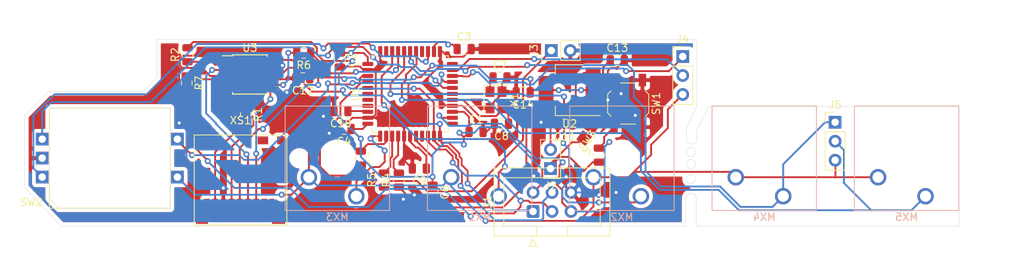
<source format=kicad_pcb>
(kicad_pcb (version 20171130) (host pcbnew "(5.1.6)-1")
  (layers (0 F.Cu signal) (31 B.Cu signal) (34 B.Paste user) (35 F.Paste user) (36 B.SilkS user) (37 F.SilkS user) (38 B.Mask user) (39 F.Mask user) (44 Edge.Cuts user))
  (net 0 "")
  (net 1 GND)
  (net 2 "Net-(C7-Pad1)")
  (net 3 "Net-(C8-Pad1)")
  (net 4 "Net-(C9-Pad1)")
  (net 5 "Net-(C10-Pad1)")
  (net 6 /3.3V)
  (net 7 /MOSI)
  (net 8 /RESET)
  (net 9 /SCK)
  (net 10 /MISO)
  (net 11 /A0)
  (net 12 /D9)
  (net 13 /D6)
  (net 14 /D5)
  (net 15 "Net-(R1-Pad2)")
  (net 16 "Net-(R1-Pad1)")
  (net 17 "Net-(R2-Pad1)")
  (net 18 "Net-(R4-Pad2)")
  (net 19 /D+)
  (net 20 "Net-(R5-Pad2)")
  (net 21 /D-)
  (net 22 "Net-(R6-Pad2)")
  (net 23 /CS)
  (net 24 "Net-(R7-Pad1)")
  (net 25 /D4)
  (net 26 /D3)
  (net 27 /D2)
  (net 28 "Net-(U1-Pad41)")
  (net 29 "Net-(U1-Pad40)")
  (net 30 "Net-(U1-Pad39)")
  (net 31 "Net-(U1-Pad38)")
  (net 32 "Net-(U1-Pad37)")
  (net 33 /D8)
  (net 34 "Net-(U1-Pad22)")
  (net 35 "Net-(U1-Pad8)")
  (net 36 VBUS)
  (net 37 /D7)
  (net 38 "Net-(U3-Pad8)")
  (net 39 "Net-(U3-Pad6)")
  (net 40 "Net-(U3-Pad3)")
  (net 41 "Net-(XS1-Pad8)")
  (net 42 "Net-(XS1-Pad1)")
  (net 43 "Net-(XS1-Pad9)")
  (net 44 /D11)
  (net 45 /D13)
  (net 46 /D12)
  (net 47 /D1)
  (net 48 /D0)
  (net 49 "Net-(C11-Pad1)")
  (module Connector_PinHeader_2.54mm:PinHeader_1x03_P2.54mm_Vertical (layer F.Cu) (at 197.5 100.1)
    (fp_text reference J5 (at 0 -2.33) (layer F.SilkS))
    (fp_text value Conn_01x03_Male)
    (pad 3 thru_hole oval (at 0 5.08) (size 1.7 1.7) (drill 1) (layers *.Cu *.Mask) (net 11 /A0))
    (pad 2 thru_hole oval (at 0 2.54) (size 1.7 1.7) (drill 1) (layers *.Cu *.Mask) (net 13 /D6))
    (pad 1 thru_hole rect (at 0 0) (size 1.7 1.7) (drill 1) (layers *.Cu *.Mask) (net 33 /D8))
  )
  (module Button_Switch_Keyboard:SW_Cherry_MX_1.00u_PCB (layer B.Cu) (at 209.6 110)
    (fp_text reference MX5 (at -2.54 2.794) (layer B.SilkS) (effects (justify mirror)))
    (fp_text value MX-NoLED)
    (pad "" np_thru_hole circle (at 2.54 -5.08) (size 1.7 1.7) (drill 1.7) (layers *.Cu *.Mask))
    (pad "" np_thru_hole circle (at -7.62 -5.08) (size 1.7 1.7) (drill 1.7) (layers *.Cu *.Mask))
    (pad "" np_thru_hole circle (at -2.54 -5.08) (size 4 4) (drill 4) (layers *.Cu *.Mask))
    (pad 2 thru_hole circle (at -6.35 -2.54) (size 2.2 2.2) (drill 1.5) (layers *.Cu *.Mask) (net 11 /A0))
    (pad 1 thru_hole circle (at 0 0) (size 2.2 2.2) (drill 1.5) (layers *.Cu *.Mask) (net 13 /D6))
  )
  (module Button_Switch_Keyboard:SW_Cherry_MX_1.00u_PCB (layer B.Cu) (at 190.55 110)
    (fp_text reference MX4 (at -2.54 2.794) (layer B.SilkS) (effects (justify mirror)))
    (fp_text value MX-NoLED)
    (pad "" np_thru_hole circle (at 2.54 -5.08) (size 1.7 1.7) (drill 1.7) (layers *.Cu *.Mask))
    (pad "" np_thru_hole circle (at -7.62 -5.08) (size 1.7 1.7) (drill 1.7) (layers *.Cu *.Mask))
    (pad "" np_thru_hole circle (at -2.54 -5.08) (size 4 4) (drill 4) (layers *.Cu *.Mask))
    (pad 2 thru_hole circle (at -6.35 -2.54) (size 2.2 2.2) (drill 1.5) (layers *.Cu *.Mask) (net 11 /A0))
    (pad 1 thru_hole circle (at 0 0) (size 2.2 2.2) (drill 1.5) (layers *.Cu *.Mask) (net 33 /D8))
  )
  (module Connector_PinHeader_2.54mm:PinHeader_1x03_P2.54mm_Vertical (layer F.Cu) (at 177.1 91.3)
    (fp_text reference J4 (at 0 -2.33) (layer F.SilkS))
    (fp_text value Conn_01x03_Male)
    (pad 3 thru_hole oval (at 0 5.08) (size 1.7 1.7) (drill 1) (layers *.Cu *.Mask) (net 11 /A0))
    (pad 2 thru_hole oval (at 0 2.54) (size 1.7 1.7) (drill 1) (layers *.Cu *.Mask) (net 47 /D1))
    (pad 1 thru_hole rect (at 0 0) (size 1.7 1.7) (drill 1) (layers *.Cu *.Mask) (net 48 /D0))
  )
  (module "Pikatea Macropad Encoder Side Mount:Pikatea_Solder_switch" (layer F.Cu) (at 163.98 102.28 55)
    (fp_text reference SW3 (at 0 0.5 55) (layer F.SilkS))
    (fp_text value SW_SPST)
    (pad 2 smd rect (at 1.8 -0.1 55) (size 1.524 1.524) (layers F.Cu F.Paste F.Mask) (net 49 "Net-(C11-Pad1)"))
    (pad 1 smd rect (at 0 -0.1 55) (size 1.524 1.524) (layers F.Cu F.Paste F.Mask) (net 36 VBUS))
  )
  (module Capacitor_SMD:C_0805_2012Metric (layer F.Cu) (at 168.3375 91.8)
    (fp_text reference C13 (at 0 -1.65) (layer F.SilkS))
    (fp_text value 10uF)
    (pad 2 smd roundrect (at 0.9375 0) (size 0.975 1.4) (layers F.Cu F.Paste F.Mask) (net 1 GND))
    (pad 1 smd roundrect (at -0.9375 0) (size 0.975 1.4) (layers F.Cu F.Paste F.Mask) (net 6 /3.3V))
  )
  (module Connector_PinHeader_2.54mm:PinHeader_1x02_P2.54mm_Vertical (layer F.Cu) (at 159.5 90.5 90)
    (fp_text reference J3 (at 0 -2.33 90) (layer F.SilkS))
    (fp_text value Conn_01x02_Male)
    (pad 2 thru_hole oval (at 0 2.54 90) (size 1.7 1.7) (drill 1) (layers *.Cu *.Mask) (net 1 GND))
    (pad 1 thru_hole rect (at 0 0 90) (size 1.7 1.7) (drill 1) (layers *.Cu *.Mask) (net 21 /D-))
  )
  (module Connector_PinHeader_2.54mm:PinHeader_1x02_P2.54mm_Vertical (layer F.Cu) (at 159.4 106.3 180)
    (fp_text reference J2 (at 0 -2.33) (layer F.SilkS))
    (fp_text value Conn_01x02_Male)
    (pad 2 thru_hole oval (at 0 2.54 180) (size 1.7 1.7) (drill 1) (layers *.Cu *.Mask) (net 19 /D+))
    (pad 1 thru_hole rect (at 0 0 180) (size 1.7 1.7) (drill 1) (layers *.Cu *.Mask) (net 36 VBUS))
  )
  (module Package_SO:TSSOP-14-1EP_4.4x5mm_P0.65mm (layer F.Cu) (at 119.15 93.7)
    (fp_text reference U3 (at 0 -3.55) (layer F.SilkS))
    (fp_text value 74LVC125APW,118)
    (pad 15 smd rect (at -0.75 -0.9) (size 1.5 1.8) (layers F.Cu F.Paste F.Mask))
    (pad 14 smd rect (at 2.95 -1.95) (size 1.45 0.45) (layers F.Cu F.Paste F.Mask) (net 6 /3.3V))
    (pad 13 smd rect (at 2.95 -1.3) (size 1.45 0.45) (layers F.Cu F.Paste F.Mask) (net 1 GND))
    (pad 12 smd rect (at 2.95 -0.65) (size 1.45 0.45) (layers F.Cu F.Paste F.Mask) (net 16 "Net-(R1-Pad1)"))
    (pad 11 smd rect (at 2.95 0) (size 1.45 0.45) (layers F.Cu F.Paste F.Mask) (net 10 /MISO))
    (pad 10 smd rect (at 2.95 0.65) (size 1.45 0.45) (layers F.Cu F.Paste F.Mask) (net 1 GND))
    (pad 9 smd rect (at 2.95 1.3) (size 1.45 0.45) (layers F.Cu F.Paste F.Mask) (net 22 "Net-(R6-Pad2)"))
    (pad 8 smd rect (at 2.95 1.95) (size 1.45 0.45) (layers F.Cu F.Paste F.Mask) (net 38 "Net-(U3-Pad8)"))
    (pad 7 smd rect (at -2.95 1.95) (size 1.45 0.45) (layers F.Cu F.Paste F.Mask) (net 1 GND))
    (pad 6 smd rect (at -2.95 1.3) (size 1.45 0.45) (layers F.Cu F.Paste F.Mask) (net 39 "Net-(U3-Pad6)"))
    (pad 5 smd rect (at -2.95 0.65) (size 1.45 0.45) (layers F.Cu F.Paste F.Mask) (net 24 "Net-(R7-Pad1)"))
    (pad 4 smd rect (at -2.95 0) (size 1.45 0.45) (layers F.Cu F.Paste F.Mask) (net 1 GND))
    (pad 3 smd rect (at -2.95 -0.65) (size 1.45 0.45) (layers F.Cu F.Paste F.Mask) (net 40 "Net-(U3-Pad3)"))
    (pad 2 smd rect (at -2.95 -1.3) (size 1.45 0.45) (layers F.Cu F.Paste F.Mask) (net 17 "Net-(R2-Pad1)"))
    (pad 1 smd rect (at -2.95 -1.95) (size 1.45 0.45) (layers F.Cu F.Paste F.Mask) (net 1 GND))
    (pad 15 smd rect (at 0.75 -0.9) (size 1.5 1.8) (layers F.Cu F.Paste F.Mask))
    (pad 15 smd rect (at 0.75 0.9) (size 1.5 1.8) (layers F.Cu F.Paste F.Mask))
    (pad 15 smd rect (at -0.75 0.9) (size 1.5 1.8) (layers F.Cu F.Paste F.Mask))
  )
  (module Package_TO_SOT_SMD:SOT-223-3_TabPin2 (layer F.Cu) (at 161.95 95.8 180)
    (fp_text reference U2 (at 0 -4.5) (layer F.SilkS))
    (fp_text value AMS1117-3.3)
    (pad 1 smd rect (at -3.15 -2.3 180) (size 2 1.5) (layers F.Cu F.Paste F.Mask) (net 1 GND))
    (pad 3 smd rect (at -3.15 2.3 180) (size 2 1.5) (layers F.Cu F.Paste F.Mask) (net 49 "Net-(C11-Pad1)"))
    (pad 2 smd rect (at -3.15 0 180) (size 2 1.5) (layers F.Cu F.Paste F.Mask) (net 6 /3.3V))
    (pad 2 smd rect (at 3.15 0 180) (size 2 3.8) (layers F.Cu F.Paste F.Mask) (net 6 /3.3V))
  )
  (module Button_Switch_SMD:SW_SPST_TL3342 (layer F.Cu) (at 169.8 97.6 270)
    (fp_text reference SW1 (at 0 -3.75 90) (layer F.SilkS))
    (fp_text value SW_DPST)
    (pad 2 smd rect (at 3.15 1.9 270) (size 1.7 1) (layers F.Cu F.Paste F.Mask) (net 8 /RESET))
    (pad 2 smd rect (at -3.15 1.9 270) (size 1.7 1) (layers F.Cu F.Paste F.Mask) (net 8 /RESET))
    (pad 1 smd rect (at 3.15 -1.9 270) (size 1.7 1) (layers F.Cu F.Paste F.Mask) (net 1 GND))
    (pad 1 smd rect (at -3.15 -1.9 270) (size 1.7 1) (layers F.Cu F.Paste F.Mask) (net 1 GND))
  )
  (module Resistor_SMD:R_0805_2012Metric (layer F.Cu) (at 110.7 94.8375 270)
    (fp_text reference R7 (at 0 -1.65 90) (layer F.SilkS))
    (fp_text value 3.3K)
    (pad 2 smd roundrect (at 0.9375 0 270) (size 0.975 1.4) (layers F.Cu F.Paste F.Mask) (net 9 /SCK))
    (pad 1 smd roundrect (at -0.9375 0 270) (size 0.975 1.4) (layers F.Cu F.Paste F.Mask) (net 24 "Net-(R7-Pad1)"))
  )
  (module Resistor_SMD:R_0805_2012Metric (layer F.Cu) (at 126.3625 90.8 180)
    (fp_text reference R6 (at 0 -1.65) (layer F.SilkS))
    (fp_text value 3.3K)
    (pad 2 smd roundrect (at 0.9375 0 180) (size 0.975 1.4) (layers F.Cu F.Paste F.Mask) (net 22 "Net-(R6-Pad2)"))
    (pad 1 smd roundrect (at -0.9375 0 180) (size 0.975 1.4) (layers F.Cu F.Paste F.Mask) (net 23 /CS))
  )
  (module Resistor_SMD:R_0805_2012Metric (layer F.Cu) (at 165.88 104.5025 90)
    (fp_text reference R3 (at 0 -1.65 90) (layer F.SilkS))
    (fp_text value 10K)
    (pad 2 smd roundrect (at 0.9375 0 90) (size 0.975 1.4) (layers F.Cu F.Paste F.Mask) (net 8 /RESET))
    (pad 1 smd roundrect (at -0.9375 0 90) (size 0.975 1.4) (layers F.Cu F.Paste F.Mask) (net 36 VBUS))
  )
  (module Resistor_SMD:R_0805_2012Metric (layer F.Cu) (at 110.8 91.0625 90)
    (fp_text reference R2 (at 0 -1.65 90) (layer F.SilkS))
    (fp_text value 3.3K)
    (pad 2 smd roundrect (at 0.9375 0 90) (size 0.975 1.4) (layers F.Cu F.Paste F.Mask) (net 7 /MOSI))
    (pad 1 smd roundrect (at -0.9375 0 90) (size 0.975 1.4) (layers F.Cu F.Paste F.Mask) (net 17 "Net-(R2-Pad1)"))
  )
  (module Resistor_SMD:R_0805_2012Metric (layer F.Cu) (at 118.6 99.0625 270)
    (fp_text reference R1 (at 0 -1.65 90) (layer F.SilkS))
    (fp_text value 3.3K)
    (pad 2 smd roundrect (at 0.9375 0 270) (size 0.975 1.4) (layers F.Cu F.Paste F.Mask) (net 15 "Net-(R1-Pad2)"))
    (pad 1 smd roundrect (at -0.9375 0 270) (size 0.975 1.4) (layers F.Cu F.Paste F.Mask) (net 16 "Net-(R1-Pad1)"))
  )
  (module Connector_IDC:IDC-Header_2x03_P2.54mm_Vertical (layer F.Cu) (at 157.06 112.04 90)
    (fp_text reference J1 (at 1.27 -6.1 90) (layer F.SilkS))
    (fp_text value AVR-ISP-6)
    (pad 6 thru_hole circle (at 2.54 5.08 90) (size 1.7 1.7) (drill 1) (layers *.Cu *.Mask) (net 1 GND))
    (pad 4 thru_hole circle (at 2.54 2.54 90) (size 1.7 1.7) (drill 1) (layers *.Cu *.Mask) (net 7 /MOSI))
    (pad 2 thru_hole circle (at 2.54 0 90) (size 1.7 1.7) (drill 1) (layers *.Cu *.Mask) (net 36 VBUS))
    (pad 5 thru_hole circle (at 0 5.08 90) (size 1.7 1.7) (drill 1) (layers *.Cu *.Mask) (net 8 /RESET))
    (pad 3 thru_hole circle (at 0 2.54 90) (size 1.7 1.7) (drill 1) (layers *.Cu *.Mask) (net 9 /SCK))
    (pad 1 thru_hole roundrect (at 0 0 90) (size 1.7 1.7) (drill 1) (layers *.Cu *.Mask) (roundrect_rratio 0.147059) (net 10 /MISO))
  )
  (module Capacitor_SMD:C_0805_2012Metric (layer F.Cu) (at 155.7375 96.1 180)
    (fp_text reference C14 (at 0 -1.65) (layer F.SilkS))
    (fp_text value 100nF)
    (pad 2 smd roundrect (at 0.9375 0 180) (size 0.975 1.4) (layers F.Cu F.Paste F.Mask) (net 1 GND))
    (pad 1 smd roundrect (at -0.9375 0 180) (size 0.975 1.4) (layers F.Cu F.Paste F.Mask) (net 6 /3.3V))
  )
  (module Capacitor_SMD:C_0805_2012Metric (layer F.Cu) (at 126.2375 94.2 180)
    (fp_text reference C12 (at 0 -1.65) (layer F.SilkS))
    (fp_text value 100nF)
    (pad 2 smd roundrect (at 0.9375 0 180) (size 0.975 1.4) (layers F.Cu F.Paste F.Mask) (net 1 GND))
    (pad 1 smd roundrect (at -0.9375 0 180) (size 0.975 1.4) (layers F.Cu F.Paste F.Mask) (net 6 /3.3V))
  )
  (module Capacitor_SMD:C_0805_2012Metric (layer F.Cu) (at 161.3375 100.4 180)
    (fp_text reference C11 (at 0 -1.65) (layer F.SilkS))
    (fp_text value 100nF)
    (pad 2 smd roundrect (at 0.9375 0 180) (size 0.975 1.4) (layers F.Cu F.Paste F.Mask) (net 1 GND))
    (pad 1 smd roundrect (at -0.9375 0 180) (size 0.975 1.4) (layers F.Cu F.Paste F.Mask) (net 49 "Net-(C11-Pad1)"))
  )
  (module "Pikatea Macropad Encoder Side Mount:Encoder-BI_EN11_HSM0E" (layer F.Cu) (at 100.4 104.9)
    (fp_text reference SW2 (at -10.5 5.9) (layer F.SilkS))
    (fp_text value Rotary_Encoder_Switch)
    (pad S1 thru_hole rect (at 9.05 -2.54) (size 1.7 1.7) (drill 1) (layers *.Cu *.Mask) (net 27 /D2))
    (pad S2 thru_hole rect (at 9.05 2.54) (size 1.7 1.7) (drill 1) (layers *.Cu *.Mask) (net 11 /A0))
    (pad C thru_hole rect (at -9.05 0) (size 1.7 1.7) (drill 1) (layers *.Cu *.Mask) (net 1 GND))
    (pad B thru_hole rect (at -9.05 -2.54) (size 1.7 1.7) (drill 1) (layers *.Cu *.Mask) (net 26 /D3))
    (pad A thru_hole rect (at -9.05 2.54) (size 1.7 1.7) (drill 1) (layers *.Cu *.Mask) (net 25 /D4))
  )
  (module Pikatea_SDcard_reader:XUNPU_TF-110 (layer F.Cu) (at 117.9 102)
    (fp_text reference XS1 (at 0 -2.15) (layer F.SilkS))
    (fp_text value SD_ebay-uSD-push_push_SMD)
    (pad 15 smd rect (at -5.5875 5.45) (size 0.725 1.2) (layers F.Cu F.Paste F.Mask))
    (pad 18 smd rect (at 5.6125 5.45) (size 0.725 1.2) (layers F.Cu F.Paste F.Mask))
    (pad 10 smd rect (at 5.4625 2.975) (size 1.025 1.15) (layers F.Cu F.Paste F.Mask))
    (pad 17 smd rect (at 5.0875 10.95) (size 1.775 1.5) (layers F.Cu F.Paste F.Mask))
    (pad 16 smd rect (at -5.1625 10.95) (size 1.625 1.5) (layers F.Cu F.Paste F.Mask))
    (pad 8 smd rect (at -4.5 9.025) (size 0.75 1.35) (layers F.Cu F.Paste F.Mask) (net 41 "Net-(XS1-Pad8)"))
    (pad 7 smd rect (at -3.4 9.025) (size 0.75 1.35) (layers F.Cu F.Paste F.Mask) (net 15 "Net-(R1-Pad2)"))
    (pad 6 smd rect (at -2.3 9.025) (size 0.75 1.35) (layers F.Cu F.Paste F.Mask) (net 1 GND))
    (pad 5 smd rect (at -1.2 9.025) (size 0.75 1.35) (layers F.Cu F.Paste F.Mask) (net 39 "Net-(U3-Pad6)"))
    (pad 4 smd rect (at -0.1 9.025) (size 0.75 1.35) (layers F.Cu F.Paste F.Mask) (net 6 /3.3V))
    (pad 3 smd rect (at 1 9.025) (size 0.75 1.35) (layers F.Cu F.Paste F.Mask) (net 40 "Net-(U3-Pad3)"))
    (pad 2 smd rect (at 2.1 9.025) (size 0.75 1.35) (layers F.Cu F.Paste F.Mask) (net 38 "Net-(U3-Pad8)"))
    (pad 1 smd rect (at 3.2 9.025) (size 0.75 1.35) (layers F.Cu F.Paste F.Mask) (net 42 "Net-(XS1-Pad1)"))
    (pad 9 smd rect (at 4.19 9.025) (size 0.65 1.35) (layers F.Cu F.Paste F.Mask) (net 43 "Net-(XS1-Pad9)"))
    (pad 13 smd rect (at -3.8 0.525) (size 1.4 1.05) (layers F.Cu F.Paste F.Mask))
    (pad 14 smd rect (at -5.4375 0.525) (size 1.075 1.05) (layers F.Cu F.Paste F.Mask))
    (pad 11 smd rect (at 5.4375 0.525) (size 1.075 1.05) (layers F.Cu F.Paste F.Mask))
    (pad 12 smd rect (at 3 0.525) (size 1.4 1.05) (layers F.Cu F.Paste F.Mask))
  )
  (module Crystal:Crystal_SMD_SeikoEpson_FA238-4Pin_3.2x2.5mm (layer F.Cu) (at 152.1 97.1 270)
    (fp_text reference X1 (at 0 -2.45 90) (layer F.SilkS))
    (fp_text value 16MHz)
    (pad 4 smd rect (at -1.1 -0.8 270) (size 1.4 1.2) (layers F.Cu F.Paste F.Mask) (net 1 GND))
    (pad 3 smd rect (at 1.1 -0.8 270) (size 1.4 1.2) (layers F.Cu F.Paste F.Mask) (net 3 "Net-(C8-Pad1)"))
    (pad 2 smd rect (at 1.1 0.8 270) (size 1.4 1.2) (layers F.Cu F.Paste F.Mask) (net 1 GND))
    (pad 1 smd rect (at -1.1 0.8 270) (size 1.4 1.2) (layers F.Cu F.Paste F.Mask) (net 2 "Net-(C7-Pad1)"))
  )
  (module Package_QFP:LQFP-44_10x10mm_P0.8mm (layer F.Cu) (at 140.6 96.3 90)
    (fp_text reference U1 (at 0 -7.35 90) (layer F.SilkS))
    (fp_text value ATMEGA32U4-EP)
    (pad 44 smd roundrect (at -4 -5.6625 90) (size 0.55 1.475) (layers F.Cu F.Paste F.Mask) (net 36 VBUS))
    (pad 43 smd roundrect (at -3.2 -5.6625 90) (size 0.55 1.475) (layers F.Cu F.Paste F.Mask) (net 1 GND))
    (pad 42 smd roundrect (at -2.4 -5.6625 90) (size 0.55 1.475) (layers F.Cu F.Paste F.Mask) (net 5 "Net-(C10-Pad1)"))
    (pad 41 smd roundrect (at -1.6 -5.6625 90) (size 0.55 1.475) (layers F.Cu F.Paste F.Mask) (net 28 "Net-(U1-Pad41)"))
    (pad 40 smd roundrect (at -0.8 -5.6625 90) (size 0.55 1.475) (layers F.Cu F.Paste F.Mask) (net 29 "Net-(U1-Pad40)"))
    (pad 39 smd roundrect (at 0 -5.6625 90) (size 0.55 1.475) (layers F.Cu F.Paste F.Mask) (net 30 "Net-(U1-Pad39)"))
    (pad 38 smd roundrect (at 0.8 -5.6625 90) (size 0.55 1.475) (layers F.Cu F.Paste F.Mask) (net 31 "Net-(U1-Pad38)"))
    (pad 37 smd roundrect (at 1.6 -5.6625 90) (size 0.55 1.475) (layers F.Cu F.Paste F.Mask) (net 32 "Net-(U1-Pad37)"))
    (pad 36 smd roundrect (at 2.4 -5.6625 90) (size 0.55 1.475) (layers F.Cu F.Paste F.Mask) (net 11 /A0))
    (pad 35 smd roundrect (at 3.2 -5.6625 90) (size 0.55 1.475) (layers F.Cu F.Paste F.Mask) (net 1 GND))
    (pad 34 smd roundrect (at 4 -5.6625 90) (size 0.55 1.475) (layers F.Cu F.Paste F.Mask) (net 36 VBUS))
    (pad 33 smd roundrect (at 5.6625 -4 90) (size 1.475 0.55) (layers F.Cu F.Paste F.Mask) (net 1 GND))
    (pad 32 smd roundrect (at 5.6625 -3.2 90) (size 1.475 0.55) (layers F.Cu F.Paste F.Mask) (net 45 /D13))
    (pad 31 smd roundrect (at 5.6625 -2.4 90) (size 1.475 0.55) (layers F.Cu F.Paste F.Mask) (net 14 /D5))
    (pad 30 smd roundrect (at 5.6625 -1.6 90) (size 1.475 0.55) (layers F.Cu F.Paste F.Mask) (net 23 /CS))
    (pad 29 smd roundrect (at 5.6625 -0.8 90) (size 1.475 0.55) (layers F.Cu F.Paste F.Mask) (net 12 /D9))
    (pad 28 smd roundrect (at 5.6625 0 90) (size 1.475 0.55) (layers F.Cu F.Paste F.Mask) (net 33 /D8))
    (pad 27 smd roundrect (at 5.6625 0.8 90) (size 1.475 0.55) (layers F.Cu F.Paste F.Mask) (net 13 /D6))
    (pad 26 smd roundrect (at 5.6625 1.6 90) (size 1.475 0.55) (layers F.Cu F.Paste F.Mask) (net 46 /D12))
    (pad 25 smd roundrect (at 5.6625 2.4 90) (size 1.475 0.55) (layers F.Cu F.Paste F.Mask) (net 25 /D4))
    (pad 24 smd roundrect (at 5.6625 3.2 90) (size 1.475 0.55) (layers F.Cu F.Paste F.Mask) (net 36 VBUS))
    (pad 23 smd roundrect (at 5.6625 4 90) (size 1.475 0.55) (layers F.Cu F.Paste F.Mask) (net 1 GND))
    (pad 22 smd roundrect (at 4 5.6625 90) (size 0.55 1.475) (layers F.Cu F.Paste F.Mask) (net 34 "Net-(U1-Pad22)"))
    (pad 21 smd roundrect (at 3.2 5.6625 90) (size 0.55 1.475) (layers F.Cu F.Paste F.Mask) (net 47 /D1))
    (pad 20 smd roundrect (at 2.4 5.6625 90) (size 0.55 1.475) (layers F.Cu F.Paste F.Mask) (net 48 /D0))
    (pad 19 smd roundrect (at 1.6 5.6625 90) (size 0.55 1.475) (layers F.Cu F.Paste F.Mask) (net 27 /D2))
    (pad 18 smd roundrect (at 0.8 5.6625 90) (size 0.55 1.475) (layers F.Cu F.Paste F.Mask) (net 26 /D3))
    (pad 17 smd roundrect (at 0 5.6625 90) (size 0.55 1.475) (layers F.Cu F.Paste F.Mask) (net 2 "Net-(C7-Pad1)"))
    (pad 16 smd roundrect (at -0.8 5.6625 90) (size 0.55 1.475) (layers F.Cu F.Paste F.Mask) (net 3 "Net-(C8-Pad1)"))
    (pad 15 smd roundrect (at -1.6 5.6625 90) (size 0.55 1.475) (layers F.Cu F.Paste F.Mask) (net 1 GND))
    (pad 14 smd roundrect (at -2.4 5.6625 90) (size 0.55 1.475) (layers F.Cu F.Paste F.Mask) (net 36 VBUS))
    (pad 13 smd roundrect (at -3.2 5.6625 90) (size 0.55 1.475) (layers F.Cu F.Paste F.Mask) (net 8 /RESET))
    (pad 12 smd roundrect (at -4 5.6625 90) (size 0.55 1.475) (layers F.Cu F.Paste F.Mask) (net 44 /D11))
    (pad 11 smd roundrect (at -5.6625 4 90) (size 1.475 0.55) (layers F.Cu F.Paste F.Mask) (net 10 /MISO))
    (pad 10 smd roundrect (at -5.6625 3.2 90) (size 1.475 0.55) (layers F.Cu F.Paste F.Mask) (net 7 /MOSI))
    (pad 9 smd roundrect (at -5.6625 2.4 90) (size 1.475 0.55) (layers F.Cu F.Paste F.Mask) (net 9 /SCK))
    (pad 8 smd roundrect (at -5.6625 1.6 90) (size 1.475 0.55) (layers F.Cu F.Paste F.Mask) (net 35 "Net-(U1-Pad8)"))
    (pad 7 smd roundrect (at -5.6625 0.8 90) (size 1.475 0.55) (layers F.Cu F.Paste F.Mask) (net 36 VBUS))
    (pad 6 smd roundrect (at -5.6625 0 90) (size 1.475 0.55) (layers F.Cu F.Paste F.Mask) (net 4 "Net-(C9-Pad1)"))
    (pad 5 smd roundrect (at -5.6625 -0.8 90) (size 1.475 0.55) (layers F.Cu F.Paste F.Mask) (net 1 GND))
    (pad 4 smd roundrect (at -5.6625 -1.6 90) (size 1.475 0.55) (layers F.Cu F.Paste F.Mask) (net 18 "Net-(R4-Pad2)"))
    (pad 3 smd roundrect (at -5.6625 -2.4 90) (size 1.475 0.55) (layers F.Cu F.Paste F.Mask) (net 20 "Net-(R5-Pad2)"))
    (pad 2 smd roundrect (at -5.6625 -3.2 90) (size 1.475 0.55) (layers F.Cu F.Paste F.Mask) (net 36 VBUS))
    (pad 1 smd roundrect (at -5.6625 -4 90) (size 1.475 0.55) (layers F.Cu F.Paste F.Mask) (net 37 /D7))
  )
  (module Resistor_SMD:R_0805_2012Metric (layer F.Cu) (at 137.1 107.8375 90)
    (fp_text reference R5 (at 0 -1.65 90) (layer F.SilkS))
    (fp_text value 22)
    (pad 2 smd roundrect (at 0.9375 0 90) (size 0.975 1.4) (layers F.Cu F.Paste F.Mask) (net 20 "Net-(R5-Pad2)"))
    (pad 1 smd roundrect (at -0.9375 0 90) (size 0.975 1.4) (layers F.Cu F.Paste F.Mask) (net 21 /D-))
  )
  (module Resistor_SMD:R_0805_2012Metric (layer F.Cu) (at 139.1 107.8375 90)
    (fp_text reference R4 (at 0 -1.65 90) (layer F.SilkS))
    (fp_text value 22)
    (pad 2 smd roundrect (at 0.9375 0 90) (size 0.975 1.4) (layers F.Cu F.Paste F.Mask) (net 18 "Net-(R4-Pad2)"))
    (pad 1 smd roundrect (at -0.9375 0 90) (size 0.975 1.4) (layers F.Cu F.Paste F.Mask) (net 19 /D+))
  )
  (module Button_Switch_Keyboard:SW_Cherry_MX_1.00u_PCB (layer B.Cu) (at 133.4 110)
    (fp_text reference MX3 (at -2.54 2.794) (layer B.SilkS) (effects (justify mirror)))
    (fp_text value MX-NoLED)
    (pad "" np_thru_hole circle (at 2.54 -5.08) (size 1.7 1.7) (drill 1.7) (layers *.Cu *.Mask))
    (pad "" np_thru_hole circle (at -7.62 -5.08) (size 1.7 1.7) (drill 1.7) (layers *.Cu *.Mask))
    (pad "" np_thru_hole circle (at -2.54 -5.08) (size 4 4) (drill 4) (layers *.Cu *.Mask))
    (pad 2 thru_hole circle (at -6.35 -2.54) (size 2.2 2.2) (drill 1.5) (layers *.Cu *.Mask) (net 11 /A0))
    (pad 1 thru_hole circle (at 0 0) (size 2.2 2.2) (drill 1.5) (layers *.Cu *.Mask) (net 37 /D7))
  )
  (module Button_Switch_Keyboard:SW_Cherry_MX_1.00u_PCB (layer B.Cu) (at 171.5 110)
    (fp_text reference MX2 (at -2.54 2.794) (layer B.SilkS) (effects (justify mirror)))
    (fp_text value MX-NoLED)
    (pad "" np_thru_hole circle (at 2.54 -5.08) (size 1.7 1.7) (drill 1.7) (layers *.Cu *.Mask))
    (pad "" np_thru_hole circle (at -7.62 -5.08) (size 1.7 1.7) (drill 1.7) (layers *.Cu *.Mask))
    (pad "" np_thru_hole circle (at -2.54 -5.08) (size 4 4) (drill 4) (layers *.Cu *.Mask))
    (pad 2 thru_hole circle (at -6.35 -2.54) (size 2.2 2.2) (drill 1.5) (layers *.Cu *.Mask) (net 11 /A0))
    (pad 1 thru_hole circle (at 0 0) (size 2.2 2.2) (drill 1.5) (layers *.Cu *.Mask) (net 12 /D9))
  )
  (module Button_Switch_Keyboard:SW_Cherry_MX_1.00u_PCB (layer B.Cu) (at 152.45 110)
    (fp_text reference MX1 (at -2.54 2.794) (layer B.SilkS) (effects (justify mirror)))
    (fp_text value MX-NoLED)
    (pad "" np_thru_hole circle (at 2.54 -5.08) (size 1.7 1.7) (drill 1.7) (layers *.Cu *.Mask))
    (pad "" np_thru_hole circle (at -7.62 -5.08) (size 1.7 1.7) (drill 1.7) (layers *.Cu *.Mask))
    (pad "" np_thru_hole circle (at -2.54 -5.08) (size 4 4) (drill 4) (layers *.Cu *.Mask))
    (pad 2 thru_hole circle (at -6.35 -2.54) (size 2.2 2.2) (drill 1.5) (layers *.Cu *.Mask) (net 11 /A0))
    (pad 1 thru_hole circle (at 0 0) (size 2.2 2.2) (drill 1.5) (layers *.Cu *.Mask) (net 14 /D5))
  )
  (module Capacitor_SMD:C_0805_2012Metric (layer F.Cu) (at 131.3375 98.6 180)
    (fp_text reference C10 (at 0 -1.65) (layer F.SilkS))
    (fp_text value 0u1)
    (pad 2 smd roundrect (at 0.9375 0 180) (size 0.975 1.4) (layers F.Cu F.Paste F.Mask) (net 1 GND))
    (pad 1 smd roundrect (at -0.9375 0 180) (size 0.975 1.4) (layers F.Cu F.Paste F.Mask) (net 5 "Net-(C10-Pad1)"))
  )
  (module Capacitor_SMD:C_0805_2012Metric (layer F.Cu) (at 141.8375 106.3 180)
    (fp_text reference C9 (at 0 -1.65) (layer F.SilkS))
    (fp_text value 1u)
    (pad 2 smd roundrect (at 0.9375 0 180) (size 0.975 1.4) (layers F.Cu F.Paste F.Mask) (net 1 GND))
    (pad 1 smd roundrect (at -0.9375 0 180) (size 0.975 1.4) (layers F.Cu F.Paste F.Mask) (net 4 "Net-(C9-Pad1)"))
  )
  (module Capacitor_SMD:C_0805_2012Metric (layer F.Cu) (at 152.8375 100.3 180)
    (fp_text reference C8 (at 0 -1.65) (layer F.SilkS))
    (fp_text value 22p)
    (pad 2 smd roundrect (at 0.9375 0 180) (size 0.975 1.4) (layers F.Cu F.Paste F.Mask) (net 1 GND))
    (pad 1 smd roundrect (at -0.9375 0 180) (size 0.975 1.4) (layers F.Cu F.Paste F.Mask) (net 3 "Net-(C8-Pad1)"))
  )
  (module Capacitor_SMD:C_0805_2012Metric (layer F.Cu) (at 152.6375 94.1)
    (fp_text reference C7 (at 0 -1.65) (layer F.SilkS))
    (fp_text value 22p)
    (pad 2 smd roundrect (at 0.9375 0) (size 0.975 1.4) (layers F.Cu F.Paste F.Mask) (net 1 GND))
    (pad 1 smd roundrect (at -0.9375 0) (size 0.975 1.4) (layers F.Cu F.Paste F.Mask) (net 2 "Net-(C7-Pad1)"))
  )
  (module Capacitor_SMD:C_0805_2012Metric (layer F.Cu) (at 143.6 109.4625 270)
    (fp_text reference C6 (at 0 -1.65 90) (layer F.SilkS))
    (fp_text value 4u7)
    (pad 2 smd roundrect (at 0.9375 0 270) (size 0.975 1.4) (layers F.Cu F.Paste F.Mask) (net 1 GND))
    (pad 1 smd roundrect (at -0.9375 0 270) (size 0.975 1.4) (layers F.Cu F.Paste F.Mask) (net 36 VBUS))
  )
  (module Capacitor_SMD:C_0805_2012Metric (layer F.Cu) (at 134 104.9 270)
    (fp_text reference C5 (at 0 -1.65 90) (layer F.SilkS))
    (fp_text value 0u1)
    (pad 2 smd roundrect (at 0.9375 0 270) (size 0.975 1.4) (layers F.Cu F.Paste F.Mask) (net 1 GND))
    (pad 1 smd roundrect (at -0.9375 0 270) (size 0.975 1.4) (layers F.Cu F.Paste F.Mask) (net 36 VBUS))
  )
  (module Capacitor_SMD:C_0805_2012Metric (layer F.Cu) (at 131.7625 101 180)
    (fp_text reference C4 (at 0 -1.65) (layer F.SilkS))
    (fp_text value 0u1)
    (pad 2 smd roundrect (at 0.9375 0 180) (size 0.975 1.4) (layers F.Cu F.Paste F.Mask) (net 1 GND))
    (pad 1 smd roundrect (at -0.9375 0 180) (size 0.975 1.4) (layers F.Cu F.Paste F.Mask) (net 36 VBUS))
  )
  (module Capacitor_SMD:C_0805_2012Metric (layer F.Cu) (at 147.8375 90.3)
    (fp_text reference C3 (at 0 -1.65) (layer F.SilkS))
    (fp_text value 0u1)
    (pad 2 smd roundrect (at 0.9375 0) (size 0.975 1.4) (layers F.Cu F.Paste F.Mask) (net 1 GND))
    (pad 1 smd roundrect (at -0.9375 0) (size 0.975 1.4) (layers F.Cu F.Paste F.Mask) (net 36 VBUS))
  )
  (module Capacitor_SMD:C_0805_2012Metric (layer F.Cu) (at 131.2 91.7625 270)
    (fp_text reference C2 (at 0 -1.65 90) (layer F.SilkS))
    (fp_text value 0u1)
    (pad 2 smd roundrect (at 0.9375 0 270) (size 0.975 1.4) (layers F.Cu F.Paste F.Mask) (net 1 GND))
    (pad 1 smd roundrect (at -0.9375 0 270) (size 0.975 1.4) (layers F.Cu F.Paste F.Mask) (net 36 VBUS))
  )
  (module Capacitor_SMD:C_0805_2012Metric (layer F.Cu) (at 149.4375 101.4)
    (fp_text reference C1 (at 0 -1.65) (layer F.SilkS))
    (fp_text value 0u1)
    (pad 2 smd roundrect (at 0.9375 0) (size 0.975 1.4) (layers F.Cu F.Paste F.Mask) (net 1 GND))
    (pad 1 smd roundrect (at -0.9375 0) (size 0.975 1.4) (layers F.Cu F.Paste F.Mask) (net 36 VBUS))
  )
  (gr_line (start 179 101) (end 180.6 98) (layer Edge.Cuts) (width 0.05))
  (gr_line (start 179 102.3) (end 179 101) (layer Edge.Cuts) (width 0.05))
  (gr_line (start 177.6 100.9) (end 177.6 102.3) (layer Edge.Cuts) (width 0.05))
  (gr_line (start 179 98) (end 177.6 100.9) (layer Edge.Cuts) (width 0.05))
  (gr_arc (start 178.3 102.3) (end 177.6 102.3) (angle -180) (layer Edge.Cuts) (width 0.05))
  (gr_circle (center 178.2 104.1) (end 178.1 104.7) (layer Edge.Cuts) (width 0.05))
  (gr_circle (center 178.2 105.7) (end 178.1 106.3) (layer Edge.Cuts) (width 0.05))
  (gr_circle (center 178.2 107.7) (end 178.1 108.3) (layer Edge.Cuts) (width 0.05))
  (gr_line (start 178.9 114) (end 214.1 114) (layer Edge.Cuts) (width 0.05))
  (gr_arc (start 178.2 110.3) (end 178.9 110.3) (angle -180) (layer Edge.Cuts) (width 0.05))
  (gr_line (start 178.9 110.3) (end 178.9 114) (layer Edge.Cuts) (width 0.05))
  (gr_line (start 177.5 114) (end 177.5 110.3) (layer Edge.Cuts) (width 0.05))
  (gr_line (start 180.6 98) (end 214.1 98) (layer Edge.Cuts) (width 0.05))
  (gr_line (start 179 89) (end 179 98) (layer Edge.Cuts) (width 0.05))
  (gr_line (start 106.7 94.1) (end 106.7 89) (layer Edge.Cuts) (width 0.05))
  (gr_line (start 104.8 96) (end 106.7 94.1) (layer Edge.Cuts) (width 0.05))
  (gr_line (start 92.2 96) (end 104.8 96) (layer Edge.Cuts) (width 0.05))
  (gr_line (start 89 99.2) (end 92.2 96) (layer Edge.Cuts) (width 0.05))
  (gr_line (start 89 108.8) (end 93.9 114) (layer Edge.Cuts) (width 0.05))
  (gr_line (start 93.6 111.6) (end 108.5 111.6) (layer Edge.Cuts) (width 0.05))
  (gr_line (start 92.3 110.3) (end 93.6 111.6) (layer Edge.Cuts) (width 0.05))
  (gr_line (start 92.3 98.2) (end 92.3 110.3) (layer Edge.Cuts) (width 0.05))
  (gr_line (start 108.5 98.2) (end 92.3 98.2) (layer Edge.Cuts) (width 0.05))
  (gr_line (start 108.5 111.6) (end 108.5 98.2) (layer Edge.Cuts) (width 0.05))
  (gr_line (start 179 89) (end 106.7 89) (layer Edge.Cuts) (width 0.05))
  (gr_line (start 89 99.2) (end 89 108.8) (layer Edge.Cuts) (width 0.05))
  (gr_line (start 214.1 114) (end 214.1 98) (layer Edge.Cuts) (width 0.05))
  (gr_line (start 177.5 114) (end 93.9 114) (layer Edge.Cuts) (width 0.05))
  (segment (start 144.6 90.6375) (end 144.9375 90.6375) (width 0.25) (layer F.Cu) (net 1))
  (segment (start 150.8 101.4) (end 151.9 100.3) (width 0.25) (layer F.Cu) (net 1))
  (segment (start 150.375 101.4) (end 150.8 101.4) (width 0.25) (layer F.Cu) (net 1))
  (segment (start 151.9 100.3) (end 149.6 100.3) (width 0.25) (layer F.Cu) (net 1))
  (segment (start 147.63641 97.9) (end 146.2625 97.9) (width 0.25) (layer F.Cu) (net 1))
  (segment (start 149.6 99.86359) (end 147.63641 97.9) (width 0.25) (layer F.Cu) (net 1))
  (segment (start 149.6 100.3) (end 149.6 99.86359) (width 0.25) (layer F.Cu) (net 1))
  (segment (start 151.3 98.2) (end 150.1 98.2) (width 0.25) (layer F.Cu) (net 1))
  (segment (start 150.1 98.2) (end 149.6 97.7) (width 0.25) (layer F.Cu) (net 1))
  (segment (start 152.9 94.775) (end 153.575 94.1) (width 0.25) (layer F.Cu) (net 1))
  (segment (start 152.9 96) (end 152.9 94.775) (width 0.25) (layer F.Cu) (net 1))
  (segment (start 152.9 96.314998) (end 152.9 96) (width 0.25) (layer F.Cu) (net 1))
  (segment (start 151.3 97.914998) (end 152.9 96.314998) (width 0.25) (layer F.Cu) (net 1))
  (segment (start 151.3 98.2) (end 151.3 97.914998) (width 0.25) (layer F.Cu) (net 1))
  (segment (start 134.9375 99.5) (end 137.8 99.5) (width 0.25) (layer F.Cu) (net 1))
  (segment (start 137.8 99.5) (end 138.7 98.6) (width 0.25) (layer F.Cu) (net 1))
  (segment (start 139.8 99.7) (end 139.8 101.9625) (width 0.25) (layer F.Cu) (net 1))
  (segment (start 138.7 98.6) (end 139.8 99.7) (width 0.25) (layer F.Cu) (net 1))
  (segment (start 144.6 92.5) (end 144.6 90.6375) (width 0.25) (layer F.Cu) (net 1))
  (segment (start 142.3 94.8) (end 144.6 92.5) (width 0.25) (layer F.Cu) (net 1))
  (segment (start 145.4 97.9) (end 146.2625 97.9) (width 0.25) (layer F.Cu) (net 1))
  (segment (start 142.3 94.8) (end 145.4 97.9) (width 0.25) (layer F.Cu) (net 1))
  (segment (start 139.8 105.2) (end 139.8 101.9625) (width 0.25) (layer F.Cu) (net 1))
  (segment (start 140.9 106.3) (end 139.8 105.2) (width 0.25) (layer F.Cu) (net 1))
  (segment (start 131.6 93.1) (end 131.2 92.7) (width 0.25) (layer F.Cu) (net 1))
  (segment (start 147.74999 91.32501) (end 148.775 90.3) (width 0.25) (layer F.Cu) (net 1))
  (segment (start 145.62501 91.32501) (end 147.74999 91.32501) (width 0.25) (layer F.Cu) (net 1))
  (segment (start 144.9375 90.6375) (end 145.62501 91.32501) (width 0.25) (layer F.Cu) (net 1))
  (via (at 156.7 97.8) (size 0.8) (drill 0.4) (layers F.Cu B.Cu) (net 1))
  (segment (start 167.47499 92.82501) (end 168.24999 92.82501) (width 0.25) (layer F.Cu) (net 1))
  (segment (start 167.074999 93.225001) (end 167.47499 92.82501) (width 0.25) (layer F.Cu) (net 1))
  (segment (start 167.074999 97.375001) (end 167.074999 97.125001) (width 0.25) (layer F.Cu) (net 1))
  (segment (start 168.24999 92.82501) (end 169.275 91.8) (width 0.25) (layer F.Cu) (net 1))
  (segment (start 166.35 98.1) (end 167.074999 97.375001) (width 0.25) (layer F.Cu) (net 1))
  (segment (start 165.1 98.1) (end 166.35 98.1) (width 0.25) (layer F.Cu) (net 1))
  (segment (start 167.074999 97.125001) (end 167.074999 93.225001) (width 0.25) (layer F.Cu) (net 1))
  (via (at 167.074999 97.125001) (size 0.8) (drill 0.4) (layers F.Cu B.Cu) (net 1))
  (segment (start 125.15 94.35) (end 122.1 94.35) (width 0.25) (layer F.Cu) (net 1))
  (segment (start 125.3 94.2) (end 125.15 94.35) (width 0.25) (layer F.Cu) (net 1))
  (segment (start 122.985002 92.4) (end 122.1 92.4) (width 0.25) (layer F.Cu) (net 1))
  (segment (start 123.075 94.35) (end 123.150001 94.274999) (width 0.25) (layer F.Cu) (net 1))
  (segment (start 122.1 94.35) (end 123.075 94.35) (width 0.25) (layer F.Cu) (net 1))
  (segment (start 121.214998 92.4) (end 122.1 92.4) (width 0.25) (layer F.Cu) (net 1))
  (segment (start 121.049999 92.235001) (end 121.214998 92.4) (width 0.25) (layer F.Cu) (net 1))
  (segment (start 121.049999 91.574999) (end 121.049999 92.235001) (width 0.25) (layer F.Cu) (net 1))
  (segment (start 116.375001 91.574999) (end 121.049999 91.574999) (width 0.25) (layer F.Cu) (net 1))
  (segment (start 116.2 91.75) (end 116.375001 91.574999) (width 0.25) (layer F.Cu) (net 1))
  (segment (start 115.314998 93.7) (end 116.2 93.7) (width 0.25) (layer F.Cu) (net 1))
  (segment (start 113.826998 93.9) (end 115.114998 93.9) (width 0.25) (layer F.Cu) (net 1))
  (segment (start 112.739508 92.81251) (end 113.826998 93.9) (width 0.25) (layer F.Cu) (net 1))
  (segment (start 110.10816 92.81251) (end 112.739508 92.81251) (width 0.25) (layer F.Cu) (net 1))
  (segment (start 109.77499 92.47934) (end 110.10816 92.81251) (width 0.25) (layer F.Cu) (net 1))
  (segment (start 115.114998 93.9) (end 115.314998 93.7) (width 0.25) (layer F.Cu) (net 1))
  (segment (start 109.77499 91.52066) (end 109.77499 92.47934) (width 0.25) (layer F.Cu) (net 1))
  (segment (start 110.10816 91.18749) (end 109.77499 91.52066) (width 0.25) (layer F.Cu) (net 1))
  (segment (start 115.63749 91.18749) (end 110.10816 91.18749) (width 0.25) (layer F.Cu) (net 1))
  (segment (start 116.2 91.75) (end 115.63749 91.18749) (width 0.25) (layer F.Cu) (net 1))
  (segment (start 117.085002 93.7) (end 116.2 93.7) (width 0.25) (layer F.Cu) (net 1))
  (segment (start 117.250001 93.864999) (end 117.085002 93.7) (width 0.25) (layer F.Cu) (net 1))
  (segment (start 117.250001 95.485001) (end 117.250001 93.864999) (width 0.25) (layer F.Cu) (net 1))
  (segment (start 117.085002 95.65) (end 117.250001 95.485001) (width 0.25) (layer F.Cu) (net 1))
  (segment (start 116.2 95.65) (end 117.085002 95.65) (width 0.25) (layer F.Cu) (net 1))
  (via (at 123.5 92.5) (size 0.8) (drill 0.4) (layers F.Cu B.Cu) (net 1))
  (segment (start 122.985002 92.4) (end 123.035011 92.349991) (width 0.25) (layer F.Cu) (net 1))
  (segment (start 123.349991 92.349991) (end 123.5 92.5) (width 0.25) (layer F.Cu) (net 1))
  (segment (start 123.035011 92.349991) (end 123.349991 92.349991) (width 0.25) (layer F.Cu) (net 1))
  (segment (start 125.3 94.2) (end 125.3 94.9) (width 0.25) (layer F.Cu) (net 1))
  (via (at 124.1 96.1) (size 0.8) (drill 0.4) (layers F.Cu B.Cu) (net 1))
  (segment (start 125.3 94.9) (end 124.1 96.1) (width 0.25) (layer F.Cu) (net 1))
  (segment (start 122.874999 93.125001) (end 123.5 92.5) (width 0.25) (layer B.Cu) (net 1))
  (segment (start 122.874999 95.448001) (end 122.874999 93.125001) (width 0.25) (layer B.Cu) (net 1))
  (segment (start 123.526998 96.1) (end 122.874999 95.448001) (width 0.25) (layer B.Cu) (net 1))
  (segment (start 124.1 96.1) (end 123.526998 96.1) (width 0.25) (layer B.Cu) (net 1))
  (via (at 129 99.3) (size 0.8) (drill 0.4) (layers F.Cu B.Cu) (net 1))
  (segment (start 130.4 98.6) (end 129.7 98.6) (width 0.25) (layer F.Cu) (net 1))
  (segment (start 129.7 98.6) (end 129 99.3) (width 0.25) (layer F.Cu) (net 1))
  (segment (start 129 99.3) (end 129.772978 100.072978) (width 0.25) (layer B.Cu) (net 1))
  (via (at 129.772978 101.572978) (size 0.8) (drill 0.4) (layers F.Cu B.Cu) (net 1))
  (segment (start 129.772978 100.072978) (end 129.772978 101.572978) (width 0.25) (layer B.Cu) (net 1))
  (segment (start 130.252022 101.572978) (end 130.825 101) (width 0.25) (layer F.Cu) (net 1))
  (segment (start 129.772978 101.572978) (end 130.252022 101.572978) (width 0.25) (layer F.Cu) (net 1))
  (segment (start 133.87499 92.629078) (end 133.729078 92.629078) (width 0.25) (layer F.Cu) (net 1))
  (segment (start 134.9375 93.1) (end 134.345912 93.1) (width 0.25) (layer F.Cu) (net 1))
  (segment (start 134.345912 93.1) (end 133.87499 92.629078) (width 0.25) (layer F.Cu) (net 1))
  (segment (start 133.729078 92.629078) (end 133.725001 92.625001) (width 0.25) (layer F.Cu) (net 1))
  (segment (start 131.274999 92.625001) (end 131.2 92.7) (width 0.25) (layer F.Cu) (net 1))
  (segment (start 133.725001 92.625001) (end 131.274999 92.625001) (width 0.25) (layer F.Cu) (net 1))
  (via (at 109.7 100.2) (size 0.8) (drill 0.4) (layers F.Cu B.Cu) (net 1))
  (segment (start 109.67499 100.17499) (end 109.7 100.2) (width 0.25) (layer F.Cu) (net 1))
  (segment (start 110.10816 92.81251) (end 109.67499 93.24568) (width 0.25) (layer F.Cu) (net 1))
  (segment (start 109.67499 93.24568) (end 109.67499 100.17499) (width 0.25) (layer F.Cu) (net 1))
  (segment (start 110.674999 104.974999) (end 111.5 105.8) (width 0.25) (layer B.Cu) (net 1))
  (segment (start 109.7 100.2) (end 110.674999 101.174999) (width 0.25) (layer B.Cu) (net 1))
  (segment (start 110.674999 101.174999) (end 110.674999 104.974999) (width 0.25) (layer B.Cu) (net 1))
  (via (at 115.6 108.9) (size 0.8) (drill 0.4) (layers F.Cu B.Cu) (net 1))
  (segment (start 111.5 105.8) (end 112.5 105.8) (width 0.25) (layer B.Cu) (net 1))
  (segment (start 112.5 105.8) (end 115.6 108.9) (width 0.25) (layer B.Cu) (net 1))
  (segment (start 115.6 108.9) (end 115.6 111.025) (width 0.25) (layer F.Cu) (net 1))
  (segment (start 131.85001 99.97499) (end 130.825 101) (width 0.25) (layer F.Cu) (net 1))
  (segment (start 132.87935 99.5) (end 132.40436 99.97499) (width 0.25) (layer F.Cu) (net 1))
  (segment (start 132.40436 99.97499) (end 131.85001 99.97499) (width 0.25) (layer F.Cu) (net 1))
  (segment (start 134.9375 99.5) (end 132.87935 99.5) (width 0.25) (layer F.Cu) (net 1))
  (segment (start 136.6 92.175) (end 135.675 93.1) (width 0.25) (layer F.Cu) (net 1))
  (segment (start 136.6 90.6375) (end 136.6 92.175) (width 0.25) (layer F.Cu) (net 1))
  (segment (start 135.529088 99.5) (end 134.9375 99.5) (width 0.25) (layer F.Cu) (net 1))
  (segment (start 136.00001 93.42501) (end 136.00001 99.029078) (width 0.25) (layer F.Cu) (net 1))
  (segment (start 136.00001 99.029078) (end 135.529088 99.5) (width 0.25) (layer F.Cu) (net 1))
  (segment (start 135.675 93.1) (end 136.00001 93.42501) (width 0.25) (layer F.Cu) (net 1))
  (segment (start 134.9375 93.1) (end 135.675 93.1) (width 0.25) (layer F.Cu) (net 1))
  (segment (start 140.663408 94.8) (end 142.3 94.8) (width 0.25) (layer F.Cu) (net 1))
  (segment (start 140.374999 95.088409) (end 140.663408 94.8) (width 0.25) (layer F.Cu) (net 1))
  (segment (start 140.374999 97.298003) (end 140.374999 95.088409) (width 0.25) (layer F.Cu) (net 1))
  (segment (start 139.073002 98.6) (end 140.374999 97.298003) (width 0.25) (layer F.Cu) (net 1))
  (segment (start 138.7 98.6) (end 139.073002 98.6) (width 0.25) (layer F.Cu) (net 1))
  (segment (start 157.099999 98.199999) (end 156.7 97.8) (width 0.25) (layer F.Cu) (net 1))
  (segment (start 158.899999 98.199999) (end 157.099999 98.199999) (width 0.25) (layer F.Cu) (net 1))
  (segment (start 160.4 99.7) (end 158.899999 98.199999) (width 0.25) (layer F.Cu) (net 1))
  (segment (start 160.4 100.4) (end 160.4 99.7) (width 0.25) (layer F.Cu) (net 1))
  (segment (start 128.534999 106.036001) (end 128.534999 102.810957) (width 0.25) (layer F.Cu) (net 1))
  (segment (start 129.743999 107.245001) (end 128.534999 106.036001) (width 0.25) (layer F.Cu) (net 1))
  (segment (start 132.592499 107.245001) (end 129.743999 107.245001) (width 0.25) (layer F.Cu) (net 1))
  (segment (start 128.534999 102.810957) (end 129.772978 101.572978) (width 0.25) (layer F.Cu) (net 1))
  (segment (start 134 105.8375) (end 132.592499 107.245001) (width 0.25) (layer F.Cu) (net 1))
  (via (at 154.8 97.74) (size 0.8) (drill 0.4) (layers F.Cu B.Cu) (net 1))
  (segment (start 156.7 97.8) (end 154.86 97.8) (width 0.25) (layer B.Cu) (net 1))
  (segment (start 154.86 97.8) (end 154.8 97.74) (width 0.25) (layer B.Cu) (net 1))
  (segment (start 154.8 97.74) (end 154.8 96.1) (width 0.25) (layer F.Cu) (net 1))
  (via (at 170.75 99.17) (size 0.8) (drill 0.4) (layers F.Cu B.Cu) (net 1))
  (segment (start 171.7 100.75) (end 171.7 100.12) (width 0.25) (layer F.Cu) (net 1))
  (segment (start 171.7 100.12) (end 170.75 99.17) (width 0.25) (layer F.Cu) (net 1))
  (segment (start 168.705001 97.125001) (end 167.074999 97.125001) (width 0.25) (layer B.Cu) (net 1))
  (segment (start 170.75 99.17) (end 168.705001 97.125001) (width 0.25) (layer B.Cu) (net 1))
  (via (at 168.85 96.27) (size 0.8) (drill 0.4) (layers F.Cu B.Cu) (net 1))
  (segment (start 168.705001 97.125001) (end 168.705001 96.414999) (width 0.25) (layer B.Cu) (net 1))
  (segment (start 168.705001 96.414999) (end 168.85 96.27) (width 0.25) (layer B.Cu) (net 1))
  (via (at 158.14 100.1) (size 0.8) (drill 0.4) (layers F.Cu B.Cu) (net 1))
  (via (at 157.16 107.29) (size 0.8) (drill 0.4) (layers F.Cu B.Cu) (net 1))
  (via (at 165.88 109.83) (size 0.8) (drill 0.4) (layers F.Cu B.Cu) (net 1))
  (segment (start 162.14 109.5) (end 165.55 109.5) (width 0.25) (layer B.Cu) (net 1))
  (segment (start 165.55 109.5) (end 165.88 109.83) (width 0.25) (layer B.Cu) (net 1))
  (segment (start 165.88 109.83) (end 167.92 109.83) (width 0.25) (layer F.Cu) (net 1))
  (via (at 168.17 109.5) (size 0.8) (drill 0.4) (layers F.Cu B.Cu) (net 1))
  (segment (start 167.92 109.83) (end 168.17 109.58) (width 0.25) (layer F.Cu) (net 1))
  (segment (start 168.17 109.58) (end 168.17 109.5) (width 0.25) (layer F.Cu) (net 1))
  (via (at 141.175153 109.824847) (size 0.8) (drill 0.4) (layers F.Cu B.Cu) (net 1))
  (segment (start 143.6 110.4) (end 141.750306 110.4) (width 0.25) (layer F.Cu) (net 1))
  (segment (start 141.750306 110.4) (end 141.175153 109.824847) (width 0.25) (layer F.Cu) (net 1))
  (segment (start 141.175153 109.824847) (end 140.6 110.4) (width 0.25) (layer B.Cu) (net 1))
  (via (at 139.699847 110.400153) (size 0.8) (drill 0.4) (layers F.Cu B.Cu) (net 1))
  (segment (start 140.6 110.4) (end 139.7 110.4) (width 0.25) (layer B.Cu) (net 1))
  (segment (start 139.7 110.4) (end 139.699847 110.400153) (width 0.25) (layer B.Cu) (net 1))
  (segment (start 157.16 107.29) (end 157.77 107.9) (width 0.25) (layer B.Cu) (net 1))
  (via (at 161.498305 107.397453) (size 0.8) (drill 0.4) (layers F.Cu B.Cu) (net 1))
  (segment (start 157.77 107.9) (end 160.995758 107.9) (width 0.25) (layer B.Cu) (net 1))
  (segment (start 160.995758 107.9) (end 161.498305 107.397453) (width 0.25) (layer B.Cu) (net 1))
  (segment (start 161.498305 108.858305) (end 162.14 109.5) (width 0.25) (layer F.Cu) (net 1))
  (segment (start 161.498305 107.397453) (end 161.498305 108.858305) (width 0.25) (layer F.Cu) (net 1))
  (segment (start 151 96.3) (end 146.2625 96.3) (width 0.25) (layer F.Cu) (net 2))
  (segment (start 151.3 96) (end 151 96.3) (width 0.25) (layer F.Cu) (net 2))
  (segment (start 151.3 94.5) (end 151.7 94.1) (width 0.25) (layer F.Cu) (net 2))
  (segment (start 151.3 96) (end 151.3 94.5) (width 0.25) (layer F.Cu) (net 2))
  (segment (start 152.110012 99.27499) (end 149.87499 99.27499) (width 0.25) (layer F.Cu) (net 3))
  (segment (start 152.9 98.2) (end 152.9 98.485002) (width 0.25) (layer F.Cu) (net 3))
  (segment (start 152.9 98.485002) (end 152.110012 99.27499) (width 0.25) (layer F.Cu) (net 3))
  (segment (start 147.7 97.1) (end 146.2625 97.1) (width 0.25) (layer F.Cu) (net 3))
  (segment (start 149.87499 99.27499) (end 147.7 97.1) (width 0.25) (layer F.Cu) (net 3))
  (segment (start 153.775 99.075) (end 152.9 98.2) (width 0.25) (layer F.Cu) (net 3))
  (segment (start 153.775 100.3) (end 153.775 99.075) (width 0.25) (layer F.Cu) (net 3))
  (segment (start 142.775 106.3) (end 142.775 104.565498) (width 0.25) (layer F.Cu) (net 4))
  (segment (start 142.775 104.565498) (end 141.704751 103.495249) (width 0.25) (layer F.Cu) (net 4))
  (segment (start 140.6 102.7) (end 140.6 101.9625) (width 0.25) (layer F.Cu) (net 4))
  (segment (start 141.395249 103.495249) (end 140.6 102.7) (width 0.25) (layer F.Cu) (net 4))
  (segment (start 141.704751 103.495249) (end 141.395249 103.495249) (width 0.25) (layer F.Cu) (net 4))
  (segment (start 134.8375 98.6) (end 134.9375 98.7) (width 0.25) (layer F.Cu) (net 5))
  (segment (start 132.275 98.6) (end 134.8375 98.6) (width 0.25) (layer F.Cu) (net 5))
  (segment (start 156.975 95.8) (end 156.675 96.1) (width 0.25) (layer F.Cu) (net 6))
  (segment (start 158.8 95.8) (end 156.975 95.8) (width 0.25) (layer F.Cu) (net 6))
  (segment (start 156.675 96.1) (end 156.675 94.350306) (width 0.25) (layer F.Cu) (net 6))
  (via (at 156.712653 94.312653) (size 0.8) (drill 0.4) (layers F.Cu B.Cu) (net 6))
  (segment (start 156.675 94.350306) (end 156.712653 94.312653) (width 0.25) (layer F.Cu) (net 6))
  (segment (start 127.275 94.1) (end 127.175 94.2) (width 0.25) (layer F.Cu) (net 6))
  (segment (start 166.425001 92.774999) (end 167.4 91.8) (width 0.25) (layer F.Cu) (net 6))
  (segment (start 166.425001 94.474999) (end 166.425001 92.774999) (width 0.25) (layer F.Cu) (net 6))
  (segment (start 165.1 95.8) (end 166.425001 94.474999) (width 0.25) (layer F.Cu) (net 6))
  (segment (start 127.175 94.439998) (end 127.175 94.2) (width 0.25) (layer F.Cu) (net 6))
  (segment (start 117.8 111.025) (end 117.8 103.814998) (width 0.25) (layer F.Cu) (net 6))
  (segment (start 124.725 91.75) (end 122.1 91.75) (width 0.25) (layer F.Cu) (net 6))
  (segment (start 127.175 92.275) (end 126.7 91.8) (width 0.25) (layer F.Cu) (net 6))
  (segment (start 126.7 91.8) (end 125.92935 91.8) (width 0.25) (layer F.Cu) (net 6))
  (segment (start 124.80001 91.82501) (end 124.725 91.75) (width 0.25) (layer F.Cu) (net 6))
  (segment (start 125.90434 91.82501) (end 124.80001 91.82501) (width 0.25) (layer F.Cu) (net 6))
  (segment (start 127.175 94.2) (end 127.175 92.275) (width 0.25) (layer F.Cu) (net 6))
  (segment (start 125.92935 91.8) (end 125.90434 91.82501) (width 0.25) (layer F.Cu) (net 6))
  (segment (start 156.7 94.3) (end 156.712653 94.312653) (width 0.25) (layer B.Cu) (net 6))
  (via (at 128.3 95.1) (size 0.8) (drill 0.4) (layers F.Cu B.Cu) (net 6))
  (segment (start 128.3 94.1) (end 128.3 95.1) (width 0.25) (layer F.Cu) (net 6))
  (segment (start 128.3 94.1) (end 127.275 94.1) (width 0.25) (layer F.Cu) (net 6))
  (via (at 120.9 101) (size 0.8) (drill 0.4) (layers F.Cu B.Cu) (net 6))
  (segment (start 128.3 95.1) (end 126.8 95.1) (width 0.25) (layer B.Cu) (net 6))
  (segment (start 126.8 95.1) (end 120.9 101) (width 0.25) (layer B.Cu) (net 6))
  (segment (start 117.8 103.534315) (end 117.8 103.814998) (width 0.25) (layer F.Cu) (net 6))
  (segment (start 120.334315 101) (end 117.8 103.534315) (width 0.25) (layer F.Cu) (net 6))
  (segment (start 120.9 101) (end 120.334315 101) (width 0.25) (layer F.Cu) (net 6))
  (via (at 131.8 94.3) (size 0.8) (drill 0.4) (layers F.Cu B.Cu) (net 6))
  (segment (start 128.3 94.1) (end 131.6 94.1) (width 0.25) (layer F.Cu) (net 6))
  (segment (start 131.6 94.1) (end 131.8 94.3) (width 0.25) (layer F.Cu) (net 6))
  (via (at 143.561354 92.513341) (size 0.8) (drill 0.4) (layers F.Cu B.Cu) (net 6))
  (segment (start 151.285655 94.312653) (end 156.712653 94.312653) (width 0.25) (layer B.Cu) (net 6))
  (segment (start 149.486343 92.513341) (end 151.285655 94.312653) (width 0.25) (layer B.Cu) (net 6))
  (segment (start 143.561354 92.513341) (end 149.486343 92.513341) (width 0.25) (layer B.Cu) (net 6))
  (via (at 163.5 95.8) (size 0.8) (drill 0.4) (layers F.Cu B.Cu) (net 6))
  (segment (start 165.1 95.8) (end 163.5 95.8) (width 0.25) (layer F.Cu) (net 6))
  (via (at 160.48751 95.8) (size 0.8) (drill 0.4) (layers F.Cu B.Cu) (net 6))
  (segment (start 163.5 95.8) (end 160.48751 95.8) (width 0.25) (layer B.Cu) (net 6))
  (segment (start 160.48751 95.8) (end 158.8 95.8) (width 0.25) (layer F.Cu) (net 6))
  (segment (start 143.561354 92.513341) (end 141.999695 94.075) (width 0.25) (layer F.Cu) (net 6))
  (segment (start 133.249784 94.124478) (end 131.975522 94.124478) (width 0.25) (layer B.Cu) (net 6))
  (segment (start 131.975522 94.124478) (end 131.8 94.3) (width 0.25) (layer B.Cu) (net 6))
  (segment (start 140.700531 94.399469) (end 133.524775 94.399469) (width 0.25) (layer B.Cu) (net 6))
  (segment (start 133.524775 94.399469) (end 133.249784 94.124478) (width 0.25) (layer B.Cu) (net 6))
  (via (at 141.09 94.075) (size 0.8) (drill 0.4) (layers F.Cu B.Cu) (net 6))
  (segment (start 141.999695 94.075) (end 141.09 94.075) (width 0.25) (layer F.Cu) (net 6))
  (segment (start 141.025 94.075) (end 140.700531 94.399469) (width 0.25) (layer B.Cu) (net 6))
  (segment (start 141.09 94.075) (end 141.025 94.075) (width 0.25) (layer B.Cu) (net 6))
  (via (at 147.350084 108.61251) (size 0.8) (drill 0.4) (layers F.Cu B.Cu) (net 7))
  (segment (start 158.424999 110.675001) (end 159.6 109.5) (width 0.25) (layer B.Cu) (net 7))
  (segment (start 158.424999 112.975001) (end 158.424999 110.675001) (width 0.25) (layer B.Cu) (net 7))
  (segment (start 158.18499 113.21501) (end 158.424999 112.975001) (width 0.25) (layer B.Cu) (net 7))
  (segment (start 151.952584 113.21501) (end 158.18499 113.21501) (width 0.25) (layer B.Cu) (net 7))
  (segment (start 147.350084 108.61251) (end 151.952584 113.21501) (width 0.25) (layer B.Cu) (net 7))
  (via (at 132.9 91.9) (size 0.8) (drill 0.4) (layers F.Cu B.Cu) (net 7))
  (via (at 141.1 95.6) (size 0.8) (drill 0.4) (layers F.Cu B.Cu) (net 7))
  (segment (start 141.1 95.6) (end 141.9 95.6) (width 0.25) (layer F.Cu) (net 7))
  (segment (start 143.774999 101.937499) (end 143.8 101.9625) (width 0.25) (layer F.Cu) (net 7))
  (segment (start 143.774999 97.474999) (end 143.774999 101.937499) (width 0.25) (layer F.Cu) (net 7))
  (segment (start 141.9 95.6) (end 143.774999 97.474999) (width 0.25) (layer F.Cu) (net 7))
  (segment (start 127.35436 89.35001) (end 111.57499 89.35001) (width 0.25) (layer F.Cu) (net 7))
  (segment (start 132.88749 91.88749) (end 129.0239 91.88749) (width 0.25) (layer F.Cu) (net 7))
  (segment (start 128.11251 90.9761) (end 128.11251 90.10816) (width 0.25) (layer F.Cu) (net 7))
  (segment (start 132.9 91.9) (end 132.88749 91.88749) (width 0.25) (layer F.Cu) (net 7))
  (segment (start 129.0239 91.88749) (end 128.11251 90.9761) (width 0.25) (layer F.Cu) (net 7))
  (segment (start 111.57499 89.35001) (end 110.8 90.125) (width 0.25) (layer F.Cu) (net 7))
  (segment (start 128.11251 90.10816) (end 127.35436 89.35001) (width 0.25) (layer F.Cu) (net 7))
  (segment (start 132.626998 95.6) (end 141.1 95.6) (width 0.25) (layer B.Cu) (net 7))
  (segment (start 131.948001 95.074999) (end 132.3 95.426998) (width 0.25) (layer B.Cu) (net 7))
  (segment (start 132.3 95.426998) (end 132.453996 95.426998) (width 0.25) (layer B.Cu) (net 7))
  (segment (start 131.3 93.5) (end 131.2 93.5) (width 0.25) (layer B.Cu) (net 7))
  (segment (start 131.274999 95.074999) (end 131.948001 95.074999) (width 0.25) (layer B.Cu) (net 7))
  (segment (start 132.9 91.9) (end 131.3 93.5) (width 0.25) (layer B.Cu) (net 7))
  (segment (start 131.05001 93.64999) (end 131.05001 94.85001) (width 0.25) (layer B.Cu) (net 7))
  (segment (start 131.2 93.5) (end 131.05001 93.64999) (width 0.25) (layer B.Cu) (net 7))
  (segment (start 132.453996 95.426998) (end 132.626998 95.6) (width 0.25) (layer B.Cu) (net 7))
  (segment (start 131.05001 94.85001) (end 131.274999 95.074999) (width 0.25) (layer B.Cu) (net 7))
  (segment (start 143.8 102.554088) (end 143.8 101.9625) (width 0.25) (layer F.Cu) (net 7))
  (segment (start 147.525001 106.775999) (end 147.049991 106.300989) (width 0.25) (layer F.Cu) (net 7))
  (segment (start 147.525001 108.437593) (end 147.525001 106.775999) (width 0.25) (layer F.Cu) (net 7))
  (segment (start 146.96 105.07) (end 146.943002 105.07) (width 0.25) (layer F.Cu) (net 7))
  (segment (start 147.350084 108.61251) (end 147.525001 108.437593) (width 0.25) (layer F.Cu) (net 7))
  (segment (start 144.540901 103.294989) (end 143.8 102.554088) (width 0.25) (layer F.Cu) (net 7))
  (segment (start 147.049991 106.300989) (end 147.049991 105.159991) (width 0.25) (layer F.Cu) (net 7))
  (segment (start 146.750009 104.464597) (end 145.580401 103.294989) (width 0.25) (layer F.Cu) (net 7))
  (segment (start 146.943002 105.07) (end 146.75001 104.877008) (width 0.25) (layer F.Cu) (net 7))
  (segment (start 146.75001 104.877008) (end 146.750009 104.464597) (width 0.25) (layer F.Cu) (net 7))
  (segment (start 147.049991 105.159991) (end 146.96 105.07) (width 0.25) (layer F.Cu) (net 7))
  (segment (start 145.580401 103.294989) (end 144.540901 103.294989) (width 0.25) (layer F.Cu) (net 7))
  (segment (start 167.9 100.75) (end 166.575001 102.074999) (width 0.25) (layer F.Cu) (net 8))
  (segment (start 167.9 100.75) (end 167.9 94.45) (width 0.25) (layer F.Cu) (net 8))
  (segment (start 146.2625 99.5) (end 144.8 99.5) (width 0.25) (layer F.Cu) (net 8))
  (via (at 144.5 99.2) (size 0.8) (drill 0.4) (layers F.Cu B.Cu) (net 8))
  (segment (start 144.8 99.5) (end 144.5 99.2) (width 0.25) (layer F.Cu) (net 8))
  (segment (start 167.55 100.4) (end 167.9 100.75) (width 0.25) (layer F.Cu) (net 8))
  (segment (start 148.574999 100.575001) (end 148.84999 100.30001) (width 0.25) (layer B.Cu) (net 8))
  (segment (start 144.5 99.2) (end 145.875001 100.575001) (width 0.25) (layer B.Cu) (net 8))
  (segment (start 145.875001 100.575001) (end 148.574999 100.575001) (width 0.25) (layer B.Cu) (net 8))
  (segment (start 148.84999 100.30001) (end 152.82719 100.30001) (width 0.25) (layer B.Cu) (net 8))
  (segment (start 152.82719 100.30001) (end 154.97719 102.45001) (width 0.25) (layer B.Cu) (net 8))
  (via (at 161.02 105.46) (size 0.8) (drill 0.4) (layers F.Cu B.Cu) (net 8))
  (segment (start 160.495001 104.935001) (end 161.02 105.46) (width 0.25) (layer B.Cu) (net 8))
  (segment (start 154.97719 102.45001) (end 157.462181 104.935001) (width 0.25) (layer B.Cu) (net 8))
  (segment (start 157.462181 104.935001) (end 160.495001 104.935001) (width 0.25) (layer B.Cu) (net 8))
  (segment (start 160.964999 110.864999) (end 162.14 112.04) (width 0.25) (layer F.Cu) (net 8))
  (segment (start 161.02 105.46) (end 160.964999 105.515001) (width 0.25) (layer F.Cu) (net 8))
  (segment (start 166.575001 102.869999) (end 165.88 103.565) (width 0.25) (layer F.Cu) (net 8))
  (segment (start 166.575001 102.074999) (end 166.575001 102.869999) (width 0.25) (layer F.Cu) (net 8))
  (via (at 167.27 102.74) (size 0.8) (drill 0.4) (layers F.Cu B.Cu) (net 8))
  (segment (start 165.88 103.565) (end 166.445 103.565) (width 0.25) (layer F.Cu) (net 8))
  (segment (start 166.445 103.565) (end 167.27 102.74) (width 0.25) (layer F.Cu) (net 8))
  (segment (start 166.634999 103.375001) (end 167.27 102.74) (width 0.25) (layer B.Cu) (net 8))
  (segment (start 162.14 112.04) (end 166.04 112.04) (width 0.25) (layer B.Cu) (net 8))
  (segment (start 166.634999 111.445001) (end 166.634999 103.375001) (width 0.25) (layer B.Cu) (net 8))
  (segment (start 166.04 112.04) (end 166.634999 111.445001) (width 0.25) (layer B.Cu) (net 8))
  (segment (start 160.964999 110.864999) (end 160.964999 109.164999) (width 0.25) (layer F.Cu) (net 8))
  (segment (start 160.964999 109.164999) (end 160.2 108.4) (width 0.25) (layer F.Cu) (net 8))
  (segment (start 160.2 108.4) (end 160.2 107.6) (width 0.25) (layer F.Cu) (net 8))
  (segment (start 160.385002 107.6) (end 160.6 107.385002) (width 0.25) (layer F.Cu) (net 8))
  (segment (start 160.2 107.6) (end 160.385002 107.6) (width 0.25) (layer F.Cu) (net 8))
  (segment (start 160.6 105.88) (end 161.02 105.46) (width 0.25) (layer F.Cu) (net 8))
  (segment (start 160.6 107.385002) (end 160.6 105.88) (width 0.25) (layer F.Cu) (net 8))
  (via (at 146.3 105.5) (size 0.8) (drill 0.4) (layers F.Cu B.Cu) (net 9))
  (segment (start 143 102.7) (end 144.044999 103.744999) (width 0.25) (layer F.Cu) (net 9))
  (segment (start 146.3 104.650998) (end 146.3 105.5) (width 0.25) (layer F.Cu) (net 9))
  (segment (start 143 101.9625) (end 143 102.7) (width 0.25) (layer F.Cu) (net 9))
  (segment (start 144.044999 103.744999) (end 145.394001 103.744999) (width 0.25) (layer F.Cu) (net 9))
  (segment (start 145.394001 103.744999) (end 146.3 104.650998) (width 0.25) (layer F.Cu) (net 9))
  (via (at 155.4 110.6) (size 0.8) (drill 0.4) (layers F.Cu B.Cu) (net 9))
  (segment (start 146.3 105.5) (end 148.045001 107.245001) (width 0.25) (layer B.Cu) (net 9))
  (segment (start 152.045001 107.245001) (end 155.4 110.6) (width 0.25) (layer B.Cu) (net 9))
  (segment (start 148.045001 107.245001) (end 152.045001 107.245001) (width 0.25) (layer B.Cu) (net 9))
  (segment (start 158.42499 110.86499) (end 159.6 112.04) (width 0.25) (layer F.Cu) (net 9))
  (segment (start 156.685988 110.86499) (end 158.42499 110.86499) (width 0.25) (layer F.Cu) (net 9))
  (segment (start 156.420998 110.6) (end 156.685988 110.86499) (width 0.25) (layer F.Cu) (net 9))
  (segment (start 155.4 110.6) (end 156.420998 110.6) (width 0.25) (layer F.Cu) (net 9))
  (via (at 113.5 105.3) (size 0.8) (drill 0.4) (layers F.Cu B.Cu) (net 9))
  (segment (start 113.5 105.210002) (end 113.5 105.3) (width 0.25) (layer F.Cu) (net 9))
  (segment (start 110.7 95.775) (end 110.7 102.410002) (width 0.25) (layer F.Cu) (net 9))
  (segment (start 110.7 102.410002) (end 113.5 105.210002) (width 0.25) (layer F.Cu) (net 9))
  (via (at 148.7 112.7) (size 0.8) (drill 0.4) (layers F.Cu B.Cu) (net 9))
  (segment (start 149.099999 112.300001) (end 154.499999 112.300001) (width 0.25) (layer F.Cu) (net 9))
  (segment (start 148.7 112.7) (end 149.099999 112.300001) (width 0.25) (layer F.Cu) (net 9))
  (segment (start 155.4 111.4) (end 155.4 110.6) (width 0.25) (layer F.Cu) (net 9))
  (segment (start 154.499999 112.300001) (end 155.4 111.4) (width 0.25) (layer F.Cu) (net 9))
  (segment (start 145.010009 109.010009) (end 148.7 112.7) (width 0.25) (layer B.Cu) (net 9))
  (segment (start 137.389991 109.010009) (end 145.010009 109.010009) (width 0.25) (layer B.Cu) (net 9))
  (segment (start 113.5 105.3) (end 117.085001 108.885001) (width 0.25) (layer B.Cu) (net 9))
  (segment (start 134.974999 111.425001) (end 137.389991 109.010009) (width 0.25) (layer B.Cu) (net 9))
  (segment (start 117.085001 108.885001) (end 124.485001 108.885001) (width 0.25) (layer B.Cu) (net 9))
  (segment (start 124.485001 108.885001) (end 127.025001 111.425001) (width 0.25) (layer B.Cu) (net 9))
  (segment (start 127.025001 111.425001) (end 134.974999 111.425001) (width 0.25) (layer B.Cu) (net 9))
  (via (at 148.3 108.3) (size 0.8) (drill 0.4) (layers F.Cu B.Cu) (net 10))
  (segment (start 148.3 108.3) (end 148.3 106.6) (width 0.25) (layer F.Cu) (net 10))
  (segment (start 148.3 106.6) (end 147.5 105.8) (width 0.25) (layer F.Cu) (net 10))
  (segment (start 148.3 108.3) (end 151.9 111.9) (width 0.25) (layer B.Cu) (net 10))
  (segment (start 156.92 111.9) (end 157.06 112.04) (width 0.25) (layer B.Cu) (net 10))
  (segment (start 151.9 111.9) (end 156.92 111.9) (width 0.25) (layer B.Cu) (net 10))
  (segment (start 122.1 93.7) (end 123.4 93.7) (width 0.25) (layer F.Cu) (net 10))
  (segment (start 123.4 93.7) (end 124.3 92.8) (width 0.25) (layer F.Cu) (net 10))
  (segment (start 124.3 92.8) (end 126.1 92.8) (width 0.25) (layer F.Cu) (net 10))
  (segment (start 126.36249 94.89184) (end 127.47065 96) (width 0.25) (layer F.Cu) (net 10))
  (segment (start 126.1 92.8) (end 126.36249 93.06249) (width 0.25) (layer F.Cu) (net 10))
  (segment (start 126.36249 93.06249) (end 126.36249 94.89184) (width 0.25) (layer F.Cu) (net 10))
  (via (at 144.587347 100.312653) (size 0.8) (drill 0.4) (layers F.Cu B.Cu) (net 10))
  (segment (start 144.587347 101.949847) (end 144.6 101.9625) (width 0.25) (layer F.Cu) (net 10))
  (segment (start 144.587347 100.312653) (end 144.587347 101.949847) (width 0.25) (layer F.Cu) (net 10))
  (via (at 131.6 95.8) (size 0.8) (drill 0.4) (layers F.Cu B.Cu) (net 10))
  (segment (start 127.47065 96) (end 131.4 96) (width 0.25) (layer F.Cu) (net 10))
  (segment (start 131.4 96) (end 131.6 95.8) (width 0.25) (layer F.Cu) (net 10))
  (segment (start 144.587347 100.312653) (end 140.712653 100.312653) (width 0.25) (layer B.Cu) (net 10))
  (segment (start 140.712653 100.312653) (end 136.9 96.5) (width 0.25) (layer B.Cu) (net 10))
  (segment (start 136.9 96.5) (end 131.8 96.5) (width 0.25) (layer B.Cu) (net 10))
  (segment (start 131.6 96.3) (end 131.6 95.8) (width 0.25) (layer B.Cu) (net 10))
  (segment (start 131.8 96.5) (end 131.6 96.3) (width 0.25) (layer B.Cu) (net 10))
  (segment (start 147.200018 104.670018) (end 147.200018 104.278196) (width 0.25) (layer F.Cu) (net 10))
  (segment (start 147.5 105.8) (end 147.5 104.97) (width 0.25) (layer F.Cu) (net 10))
  (segment (start 147.5 104.97) (end 147.200018 104.670018) (width 0.25) (layer F.Cu) (net 10))
  (segment (start 147.200018 104.278196) (end 145.766801 102.844979) (width 0.25) (layer F.Cu) (net 10))
  (segment (start 145.766801 102.844979) (end 144.8 102.844979) (width 0.25) (layer F.Cu) (net 10))
  (segment (start 144.8 102.1625) (end 144.6 101.9625) (width 0.25) (layer F.Cu) (net 10))
  (segment (start 144.8 102.844979) (end 144.8 102.1625) (width 0.25) (layer F.Cu) (net 10))
  (segment (start 134.345912 93.9) (end 134.9375 93.9) (width 0.25) (layer F.Cu) (net 11))
  (segment (start 128.149999 108.559999) (end 127.05 107.46) (width 0.25) (layer B.Cu) (net 11))
  (segment (start 145.000001 108.559999) (end 128.149999 108.559999) (width 0.25) (layer B.Cu) (net 11))
  (segment (start 146.1 107.46) (end 145.000001 108.559999) (width 0.25) (layer B.Cu) (net 11))
  (segment (start 109.97 107.46) (end 109.95 107.44) (width 0.25) (layer B.Cu) (net 11))
  (via (at 150.7 113.3) (size 0.8) (drill 0.4) (layers F.Cu B.Cu) (net 11))
  (segment (start 146.1 107.46) (end 146.1 108.7) (width 0.25) (layer B.Cu) (net 11))
  (segment (start 146.1 108.7) (end 150.7 113.3) (width 0.25) (layer B.Cu) (net 11))
  (segment (start 150.7 113.3) (end 163.2 113.3) (width 0.25) (layer F.Cu) (net 11))
  (segment (start 165.3 107.61) (end 165.15 107.46) (width 0.25) (layer B.Cu) (net 11))
  (segment (start 165.3 107.61) (end 165.15 107.46) (width 0.25) (layer F.Cu) (net 11))
  (segment (start 109.47 107.46) (end 109.45 107.44) (width 0.25) (layer B.Cu) (net 11))
  (segment (start 131.273002 97.5) (end 133.3 95.473002) (width 0.25) (layer F.Cu) (net 11))
  (segment (start 130.34566 99.97499) (end 127.05 103.27065) (width 0.25) (layer F.Cu) (net 11))
  (segment (start 127.05 103.27065) (end 127.05 107.46) (width 0.25) (layer F.Cu) (net 11))
  (segment (start 130.52936 99.97499) (end 130.34566 99.97499) (width 0.25) (layer F.Cu) (net 11))
  (segment (start 131.273002 99.231348) (end 130.52936 99.97499) (width 0.25) (layer F.Cu) (net 11))
  (segment (start 131.273002 97.5) (end 131.273002 99.231348) (width 0.25) (layer F.Cu) (net 11))
  (segment (start 133.87499 94.22501) (end 134.2 93.9) (width 0.25) (layer F.Cu) (net 11))
  (segment (start 133.87499 94.96251) (end 133.87499 94.22501) (width 0.25) (layer F.Cu) (net 11))
  (segment (start 134.2 93.9) (end 134.9375 93.9) (width 0.25) (layer F.Cu) (net 11))
  (segment (start 133.364498 95.473002) (end 133.87499 94.96251) (width 0.25) (layer F.Cu) (net 11))
  (segment (start 133.3 95.473002) (end 133.364498 95.473002) (width 0.25) (layer F.Cu) (net 11))
  (segment (start 109.45 107.44) (end 111.81 109.8) (width 0.25) (layer B.Cu) (net 11))
  (via (at 123.4 109.8) (size 0.8) (drill 0.4) (layers F.Cu B.Cu) (net 11))
  (segment (start 111.81 109.8) (end 123.4 109.8) (width 0.25) (layer B.Cu) (net 11))
  (segment (start 124.71 109.8) (end 127.05 107.46) (width 0.25) (layer F.Cu) (net 11))
  (segment (start 123.4 109.8) (end 124.71 109.8) (width 0.25) (layer F.Cu) (net 11))
  (segment (start 165.15 107.46) (end 169.861002 107.46) (width 0.25) (layer F.Cu) (net 11))
  (segment (start 163.315001 113.184999) (end 163.335001 113.184999) (width 0.25) (layer F.Cu) (net 11))
  (segment (start 163.2 113.3) (end 163.315001 113.184999) (width 0.25) (layer F.Cu) (net 11))
  (segment (start 165.15 111.37) (end 165.15 107.46) (width 0.25) (layer F.Cu) (net 11))
  (segment (start 163.335001 113.184999) (end 165.15 111.37) (width 0.25) (layer F.Cu) (net 11))
  (segment (start 175.1 100.88) (end 175.1 98.38) (width 0.25) (layer F.Cu) (net 11))
  (segment (start 172.864999 103.115001) (end 175.1 100.88) (width 0.25) (layer F.Cu) (net 11))
  (segment (start 169.861002 107.46) (end 172.864999 104.456003) (width 0.25) (layer F.Cu) (net 11))
  (segment (start 175.1 98.38) (end 177.1 96.38) (width 0.25) (layer F.Cu) (net 11))
  (segment (start 172.864999 104.456003) (end 172.864999 103.115001) (width 0.25) (layer F.Cu) (net 11))
  (segment (start 170.582937 106.738065) (end 169.861002 107.46) (width 0.25) (layer F.Cu) (net 11))
  (segment (start 183.478065 106.738065) (end 170.582937 106.738065) (width 0.25) (layer F.Cu) (net 11))
  (segment (start 184.2 107.46) (end 183.478065 106.738065) (width 0.25) (layer F.Cu) (net 11))
  (segment (start 197.54 107.46) (end 197.54 105.22) (width 0.25) (layer F.Cu) (net 11))
  (segment (start 197.54 107.46) (end 203.25 107.46) (width 0.25) (layer F.Cu) (net 11))
  (segment (start 197.54 105.22) (end 197.5 105.18) (width 0.25) (layer F.Cu) (net 11))
  (segment (start 184.2 107.46) (end 197.54 107.46) (width 0.25) (layer F.Cu) (net 11))
  (via (at 161.087347 102.887347) (size 0.8) (drill 0.4) (layers F.Cu B.Cu) (net 12))
  (segment (start 161.087347 102.887347) (end 161.21251 102.762184) (width 0.25) (layer F.Cu) (net 12))
  (via (at 137.975 96.325) (size 0.8) (drill 0.4) (layers F.Cu B.Cu) (net 12))
  (segment (start 155.773308 96.325) (end 137.975 96.325) (width 0.25) (layer B.Cu) (net 12))
  (segment (start 139.99999 90.83749) (end 139.8 90.6375) (width 0.25) (layer F.Cu) (net 12))
  (segment (start 137.975 96.325) (end 137.975 94.88859) (width 0.25) (layer F.Cu) (net 12))
  (segment (start 139.8 93.06359) (end 137.975 94.88859) (width 0.25) (layer F.Cu) (net 12))
  (segment (start 139.8 90.6375) (end 139.8 93.06359) (width 0.25) (layer F.Cu) (net 12))
  (segment (start 155.973309 96.525001) (end 161.065001 96.525001) (width 0.25) (layer B.Cu) (net 12))
  (via (at 161.21251 96.67251) (size 0.8) (drill 0.4) (layers F.Cu B.Cu) (net 12))
  (segment (start 161.21251 102.762184) (end 161.21251 96.67251) (width 0.25) (layer F.Cu) (net 12))
  (segment (start 155.773308 96.325) (end 155.973309 96.525001) (width 0.25) (layer B.Cu) (net 12))
  (segment (start 161.065001 96.525001) (end 161.21251 96.67251) (width 0.25) (layer B.Cu) (net 12))
  (via (at 165.875 110.829989) (size 0.8) (drill 0.4) (layers F.Cu B.Cu) (net 12))
  (segment (start 170.670011 110.829989) (end 171.5 110) (width 0.25) (layer F.Cu) (net 12))
  (segment (start 165.875 110.829989) (end 170.670011 110.829989) (width 0.25) (layer F.Cu) (net 12))
  (segment (start 161.730987 110.829989) (end 160.964999 110.064001) (width 0.25) (layer B.Cu) (net 12))
  (segment (start 161.9 103.7) (end 161.087347 102.887347) (width 0.25) (layer B.Cu) (net 12))
  (segment (start 165.875 110.829989) (end 161.730987 110.829989) (width 0.25) (layer B.Cu) (net 12))
  (segment (start 160.964999 110.064001) (end 160.964999 108.935999) (width 0.25) (layer B.Cu) (net 12))
  (segment (start 160.964999 108.935999) (end 161.9 108.000998) (width 0.25) (layer B.Cu) (net 12))
  (segment (start 161.9 108.000998) (end 162.099002 108.000998) (width 0.25) (layer B.Cu) (net 12))
  (segment (start 162.223306 107.876694) (end 162.223306 106.923306) (width 0.25) (layer B.Cu) (net 12))
  (segment (start 162.099002 108.000998) (end 162.223306 107.876694) (width 0.25) (layer B.Cu) (net 12))
  (segment (start 161.9 106.6) (end 161.9 103.7) (width 0.25) (layer B.Cu) (net 12))
  (segment (start 162.223306 106.923306) (end 161.9 106.6) (width 0.25) (layer B.Cu) (net 12))
  (segment (start 140.048001 94.451999) (end 139.5 95) (width 0.25) (layer F.Cu) (net 13))
  (via (at 139.5 97.1) (size 0.8) (drill 0.4) (layers F.Cu B.Cu) (net 13))
  (segment (start 139.5 95) (end 139.5 97.1) (width 0.25) (layer F.Cu) (net 13))
  (segment (start 141.465001 90.702501) (end 141.4 90.6375) (width 0.25) (layer F.Cu) (net 13))
  (segment (start 141.465001 92.338001) (end 141.465001 90.702501) (width 0.25) (layer F.Cu) (net 13))
  (segment (start 140.048001 93.755001) (end 141.465001 92.338001) (width 0.25) (layer F.Cu) (net 13))
  (segment (start 140.048001 94.451999) (end 140.048001 93.755001) (width 0.25) (layer F.Cu) (net 13))
  (segment (start 171.5 106.63641) (end 174.0136 109.15001) (width 0.25) (layer B.Cu) (net 13))
  (segment (start 207.72499 111.87501) (end 208.174999 111.425001) (width 0.25) (layer B.Cu) (net 13))
  (segment (start 174.0136 109.15001) (end 181.9 109.15001) (width 0.25) (layer B.Cu) (net 13))
  (segment (start 139.5 97.1) (end 150.9 97.1) (width 0.25) (layer B.Cu) (net 13))
  (segment (start 150.9 97.1) (end 155.34999 101.54999) (width 0.25) (layer B.Cu) (net 13))
  (segment (start 181.9 109.15001) (end 184.625 111.87501) (width 0.25) (layer B.Cu) (net 13))
  (segment (start 155.34999 101.54999) (end 169.030992 101.54999) (width 0.25) (layer B.Cu) (net 13))
  (segment (start 208.174999 111.425001) (end 209.6 110) (width 0.25) (layer B.Cu) (net 13))
  (segment (start 169.030992 101.54999) (end 171.5 104.018998) (width 0.25) (layer B.Cu) (net 13))
  (segment (start 171.5 104.018998) (end 171.5 106.63641) (width 0.25) (layer B.Cu) (net 13))
  (segment (start 198.675001 103.815001) (end 198.675001 108.225021) (width 0.25) (layer B.Cu) (net 13))
  (segment (start 184.625 111.87501) (end 202.32499 111.87501) (width 0.25) (layer B.Cu) (net 13))
  (segment (start 198.675001 108.225021) (end 202.32499 111.87501) (width 0.25) (layer B.Cu) (net 13))
  (segment (start 197.5 102.64) (end 198.675001 103.815001) (width 0.25) (layer B.Cu) (net 13))
  (segment (start 202.32499 111.87501) (end 207.72499 111.87501) (width 0.25) (layer B.Cu) (net 13))
  (via (at 153.3 106) (size 0.8) (drill 0.4) (layers F.Cu B.Cu) (net 14))
  (segment (start 152.45 110) (end 152.45 106.85) (width 0.25) (layer F.Cu) (net 14))
  (segment (start 152.45 106.85) (end 153.3 106) (width 0.25) (layer F.Cu) (net 14))
  (segment (start 138.2 92.526998) (end 136.8 93.926998) (width 0.25) (layer F.Cu) (net 14))
  (segment (start 138.2 90.6375) (end 138.2 92.526998) (width 0.25) (layer F.Cu) (net 14))
  (segment (start 136.8 93.926998) (end 136.8 97.5) (width 0.25) (layer F.Cu) (net 14))
  (via (at 137.1 97.8) (size 0.8) (drill 0.4) (layers F.Cu B.Cu) (net 14))
  (segment (start 136.8 97.5) (end 137.1 97.8) (width 0.25) (layer F.Cu) (net 14))
  (segment (start 153.3 103.9) (end 153.3 106) (width 0.25) (layer B.Cu) (net 14))
  (segment (start 151.749991 102.349991) (end 153.3 103.9) (width 0.25) (layer B.Cu) (net 14))
  (segment (start 137.1 97.8) (end 141.649991 102.349991) (width 0.25) (layer B.Cu) (net 14))
  (segment (start 141.649991 102.349991) (end 151.749991 102.349991) (width 0.25) (layer B.Cu) (net 14))
  (segment (start 114.5 104.1) (end 118.6 100) (width 0.25) (layer F.Cu) (net 15))
  (segment (start 114.5 111.025) (end 114.5 104.1) (width 0.25) (layer F.Cu) (net 15))
  (segment (start 121.049999 93.214999) (end 121.214998 93.05) (width 0.25) (layer F.Cu) (net 16))
  (segment (start 121.049999 95.675001) (end 121.049999 93.214999) (width 0.25) (layer F.Cu) (net 16))
  (segment (start 121.214998 93.05) (end 122.1 93.05) (width 0.25) (layer F.Cu) (net 16))
  (segment (start 118.6 98.125) (end 121.049999 95.675001) (width 0.25) (layer F.Cu) (net 16))
  (segment (start 114.073002 92) (end 110.8 92) (width 0.25) (layer F.Cu) (net 17))
  (segment (start 114.473002 92.4) (end 114.073002 92) (width 0.25) (layer F.Cu) (net 17))
  (segment (start 116.2 92.4) (end 114.473002 92.4) (width 0.25) (layer F.Cu) (net 17))
  (segment (start 138.4 106.2) (end 139.1 106.9) (width 0.25) (layer F.Cu) (net 18))
  (segment (start 138.4 105.1) (end 138.4 106.2) (width 0.25) (layer F.Cu) (net 18))
  (segment (start 139 101.9625) (end 139 104.5) (width 0.25) (layer F.Cu) (net 18))
  (segment (start 139 104.5) (end 138.4 105.1) (width 0.25) (layer F.Cu) (net 18))
  (segment (start 156.165001 108.394001) (end 153.059002 111.5) (width 0.25) (layer F.Cu) (net 19))
  (segment (start 159.4 103.76) (end 159.4 99.4) (width 0.25) (layer F.Cu) (net 19))
  (segment (start 156.7 98.9) (end 156.165001 99.434999) (width 0.25) (layer F.Cu) (net 19))
  (segment (start 159.4 99.4) (end 158.9 98.9) (width 0.25) (layer F.Cu) (net 19))
  (segment (start 141.825 111.5) (end 139.1 108.775) (width 0.25) (layer F.Cu) (net 19))
  (segment (start 158.9 98.9) (end 156.7 98.9) (width 0.25) (layer F.Cu) (net 19))
  (segment (start 153.059002 111.5) (end 141.825 111.5) (width 0.25) (layer F.Cu) (net 19))
  (segment (start 156.165001 99.434999) (end 156.165001 108.394001) (width 0.25) (layer F.Cu) (net 19))
  (segment (start 137.94999 106.05001) (end 137.1 106.9) (width 0.25) (layer F.Cu) (net 20))
  (segment (start 137.94999 104.9136) (end 137.94999 106.05001) (width 0.25) (layer F.Cu) (net 20))
  (segment (start 138.2 101.9625) (end 138.2 104.66359) (width 0.25) (layer F.Cu) (net 20))
  (segment (start 138.2 104.66359) (end 137.94999 104.9136) (width 0.25) (layer F.Cu) (net 20))
  (segment (start 142.90816 109.33751) (end 148.833488 109.33751) (width 0.25) (layer F.Cu) (net 21))
  (segment (start 148.833488 109.33751) (end 155.714991 102.456007) (width 0.25) (layer F.Cu) (net 21))
  (segment (start 141.53314 107.96249) (end 142.90816 109.33751) (width 0.25) (layer F.Cu) (net 21))
  (segment (start 137.91251 107.96249) (end 141.53314 107.96249) (width 0.25) (layer F.Cu) (net 21))
  (segment (start 155.714991 102.456007) (end 155.714991 94.285009) (width 0.25) (layer F.Cu) (net 21))
  (segment (start 137.1 108.775) (end 137.91251 107.96249) (width 0.25) (layer F.Cu) (net 21))
  (segment (start 155.714991 94.285009) (end 159.5 90.5) (width 0.25) (layer F.Cu) (net 21))
  (via (at 124.3 90.8) (size 0.8) (drill 0.4) (layers F.Cu B.Cu) (net 22))
  (segment (start 125.425 90.8) (end 124.3 90.8) (width 0.25) (layer F.Cu) (net 22))
  (via (at 123.6 95.1) (size 0.8) (drill 0.4) (layers F.Cu B.Cu) (net 22))
  (segment (start 124.3 90.8) (end 124.3 94.4) (width 0.25) (layer B.Cu) (net 22))
  (segment (start 124.3 94.4) (end 123.6 95.1) (width 0.25) (layer B.Cu) (net 22))
  (segment (start 122.2 95.1) (end 122.1 95) (width 0.25) (layer F.Cu) (net 22))
  (segment (start 123.6 95.1) (end 122.2 95.1) (width 0.25) (layer F.Cu) (net 22))
  (segment (start 127.3 90.8) (end 130.050009 93.550009) (width 0.25) (layer F.Cu) (net 23))
  (via (at 138.7 93.1) (size 0.8) (drill 0.4) (layers F.Cu B.Cu) (net 23))
  (segment (start 138.225 93.575) (end 138.7 93.1) (width 0.25) (layer B.Cu) (net 23))
  (segment (start 139 92.8) (end 139 90.6375) (width 0.25) (layer F.Cu) (net 23))
  (segment (start 138.7 93.1) (end 139 92.8) (width 0.25) (layer F.Cu) (net 23))
  (via (at 133.34812 93.350001) (size 0.8) (drill 0.4) (layers F.Cu B.Cu) (net 23))
  (segment (start 130.050009 93.550009) (end 132.949991 93.550009) (width 0.25) (layer F.Cu) (net 23))
  (segment (start 133.149999 93.350001) (end 133.34812 93.350001) (width 0.25) (layer F.Cu) (net 23))
  (segment (start 132.949991 93.550009) (end 133.149999 93.350001) (width 0.25) (layer F.Cu) (net 23))
  (segment (start 138.000001 93.350001) (end 138.225 93.575) (width 0.25) (layer B.Cu) (net 23))
  (segment (start 133.34812 93.350001) (end 138.000001 93.350001) (width 0.25) (layer B.Cu) (net 23))
  (segment (start 111.15 94.35) (end 110.7 93.9) (width 0.25) (layer F.Cu) (net 24))
  (segment (start 116.2 94.35) (end 111.15 94.35) (width 0.25) (layer F.Cu) (net 24))
  (via (at 142.7 92) (size 0.8) (drill 0.4) (layers F.Cu B.Cu) (net 25))
  (segment (start 143 90.6375) (end 143 91.7) (width 0.25) (layer F.Cu) (net 25))
  (segment (start 143 91.7) (end 142.7 92) (width 0.25) (layer F.Cu) (net 25))
  (via (at 135.6 90.1) (size 0.8) (drill 0.4) (layers F.Cu B.Cu) (net 25))
  (via (at 129 90.2) (size 0.8) (drill 0.4) (layers F.Cu B.Cu) (net 25))
  (segment (start 135.6 90.264498) (end 135.6 90.1) (width 0.25) (layer B.Cu) (net 25))
  (segment (start 135.062481 89.562481) (end 129.637519 89.562481) (width 0.25) (layer F.Cu) (net 25))
  (segment (start 129.637519 89.562481) (end 129 90.2) (width 0.25) (layer F.Cu) (net 25))
  (segment (start 135.6 90.1) (end 135.062481 89.562481) (width 0.25) (layer F.Cu) (net 25))
  (segment (start 90.174999 99.188591) (end 90.174999 106.264999) (width 0.25) (layer B.Cu) (net 25))
  (segment (start 129 90.2) (end 128.42499 89.62499) (width 0.25) (layer B.Cu) (net 25))
  (segment (start 128.42499 89.62499) (end 112.07501 89.62499) (width 0.25) (layer B.Cu) (net 25))
  (segment (start 112.07501 89.62499) (end 105.34999 96.35001) (width 0.25) (layer B.Cu) (net 25))
  (segment (start 105.34999 96.35001) (end 93.01358 96.35001) (width 0.25) (layer B.Cu) (net 25))
  (segment (start 90.174999 106.264999) (end 91.35 107.44) (width 0.25) (layer B.Cu) (net 25))
  (segment (start 93.01358 96.35001) (end 90.174999 99.188591) (width 0.25) (layer B.Cu) (net 25))
  (segment (start 141.399314 91.264999) (end 136.764999 91.264999) (width 0.25) (layer B.Cu) (net 25))
  (segment (start 136.764999 91.264999) (end 135.6 90.1) (width 0.25) (layer B.Cu) (net 25))
  (segment (start 142.134315 92) (end 141.399314 91.264999) (width 0.25) (layer B.Cu) (net 25))
  (segment (start 142.7 92) (end 142.134315 92) (width 0.25) (layer B.Cu) (net 25))
  (via (at 135.6625 91.4) (size 0.8) (drill 0.4) (layers F.Cu B.Cu) (net 26))
  (segment (start 134.27499 90.01249) (end 135.6625 91.4) (width 0.25) (layer F.Cu) (net 26))
  (via (at 144 94.5) (size 0.8) (drill 0.4) (layers F.Cu B.Cu) (net 26))
  (segment (start 145 95.5) (end 146.2625 95.5) (width 0.25) (layer F.Cu) (net 26))
  (segment (start 144 94.5) (end 145 95.5) (width 0.25) (layer F.Cu) (net 26))
  (via (at 129.6 91.16249) (size 0.8) (drill 0.4) (layers F.Cu B.Cu) (net 26))
  (segment (start 129.6 90.92065) (end 129.6 91.16249) (width 0.25) (layer F.Cu) (net 26))
  (segment (start 134.27499 90.01249) (end 130.50816 90.01249) (width 0.25) (layer F.Cu) (net 26))
  (segment (start 130.50816 90.01249) (end 129.6 90.92065) (width 0.25) (layer F.Cu) (net 26))
  (segment (start 127.174999 90.074999) (end 128.26249 91.16249) (width 0.25) (layer B.Cu) (net 26))
  (segment (start 91.35 98.65) (end 92.6 97.4) (width 0.25) (layer B.Cu) (net 26))
  (segment (start 92.6 97.4) (end 105.9 97.4) (width 0.25) (layer B.Cu) (net 26))
  (segment (start 113.225001 90.074999) (end 127.174999 90.074999) (width 0.25) (layer B.Cu) (net 26))
  (segment (start 128.26249 91.16249) (end 129.6 91.16249) (width 0.25) (layer B.Cu) (net 26))
  (segment (start 91.35 102.36) (end 91.35 98.65) (width 0.25) (layer B.Cu) (net 26))
  (segment (start 105.9 97.4) (end 113.225001 90.074999) (width 0.25) (layer B.Cu) (net 26))
  (segment (start 136.637499 92.374999) (end 135.6625 91.4) (width 0.25) (layer B.Cu) (net 26))
  (segment (start 139.388003 92.715001) (end 139.048001 92.374999) (width 0.25) (layer B.Cu) (net 26))
  (segment (start 139.048001 92.374999) (end 136.637499 92.374999) (width 0.25) (layer B.Cu) (net 26))
  (segment (start 140.803003 92.715001) (end 139.388003 92.715001) (width 0.25) (layer B.Cu) (net 26))
  (segment (start 141.815001 93.726999) (end 140.803003 92.715001) (width 0.25) (layer B.Cu) (net 26))
  (segment (start 143.226999 93.726999) (end 141.815001 93.726999) (width 0.25) (layer B.Cu) (net 26))
  (segment (start 144 94.5) (end 143.226999 93.726999) (width 0.25) (layer B.Cu) (net 26))
  (via (at 111.4 104.5) (size 0.8) (drill 0.4) (layers F.Cu B.Cu) (net 27))
  (segment (start 109.45 102.36) (end 109.45 102.55) (width 0.25) (layer F.Cu) (net 27))
  (segment (start 109.45 102.55) (end 111.4 104.5) (width 0.25) (layer F.Cu) (net 27))
  (segment (start 117.726998 104.5) (end 118.351999 105.125001) (width 0.25) (layer B.Cu) (net 27))
  (segment (start 111.4 104.5) (end 117.726998 104.5) (width 0.25) (layer B.Cu) (net 27))
  (segment (start 118.351999 105.125001) (end 120.248001 105.125001) (width 0.25) (layer B.Cu) (net 27))
  (segment (start 120.248001 105.125001) (end 129.6 95.773002) (width 0.25) (layer B.Cu) (net 27))
  (via (at 129.6 94.9) (size 0.8) (drill 0.4) (layers F.Cu B.Cu) (net 27))
  (segment (start 129.6 95.773002) (end 129.6 94.9) (width 0.25) (layer B.Cu) (net 27))
  (segment (start 129.6 94.9) (end 129.725001 95.025001) (width 0.25) (layer F.Cu) (net 27))
  (segment (start 129.725001 95.025001) (end 132.774999 95.025001) (width 0.25) (layer F.Cu) (net 27))
  (segment (start 132.774999 95.025001) (end 132.774999 94.976263) (width 0.25) (layer F.Cu) (net 27))
  (via (at 132.901783 94.849479) (size 0.8) (drill 0.4) (layers F.Cu B.Cu) (net 27))
  (segment (start 132.774999 94.976263) (end 132.901783 94.849479) (width 0.25) (layer F.Cu) (net 27))
  (segment (start 143.276477 94.849479) (end 143.651999 95.225001) (width 0.25) (layer B.Cu) (net 27))
  (via (at 144.8 93.7) (size 0.8) (drill 0.4) (layers F.Cu B.Cu) (net 27))
  (segment (start 143.651999 95.225001) (end 144.348001 95.225001) (width 0.25) (layer B.Cu) (net 27))
  (segment (start 132.901783 94.849479) (end 143.276477 94.849479) (width 0.25) (layer B.Cu) (net 27))
  (segment (start 144.348001 95.225001) (end 144.8 94.773002) (width 0.25) (layer B.Cu) (net 27))
  (segment (start 144.8 94.773002) (end 144.8 93.7) (width 0.25) (layer B.Cu) (net 27))
  (segment (start 145.234315 94.7) (end 146.2625 94.7) (width 0.25) (layer F.Cu) (net 27))
  (segment (start 144.8 94.265685) (end 145.234315 94.7) (width 0.25) (layer F.Cu) (net 27))
  (segment (start 144.8 93.7) (end 144.8 94.265685) (width 0.25) (layer F.Cu) (net 27))
  (via (at 140.74 91.99) (size 0.8) (drill 0.4) (layers F.Cu B.Cu) (net 33))
  (segment (start 140.6 90.6375) (end 140.6 91.85) (width 0.25) (layer F.Cu) (net 33))
  (segment (start 140.6 91.85) (end 140.74 91.99) (width 0.25) (layer F.Cu) (net 33))
  (via (at 148.01 93.238341) (size 0.8) (drill 0.4) (layers F.Cu B.Cu) (net 33))
  (segment (start 141.988342 93.238342) (end 143.909355 93.238342) (width 0.25) (layer B.Cu) (net 33))
  (segment (start 143.909355 93.238342) (end 144.172698 92.974999) (width 0.25) (layer B.Cu) (net 33))
  (segment (start 140.74 91.99) (end 141.988342 93.238342) (width 0.25) (layer B.Cu) (net 33))
  (segment (start 144.172698 92.974999) (end 147.746658 92.974999) (width 0.25) (layer B.Cu) (net 33))
  (segment (start 147.746658 92.974999) (end 148.01 93.238341) (width 0.25) (layer B.Cu) (net 33))
  (segment (start 156.065001 92.674999) (end 156.29 92.45) (width 0.25) (layer F.Cu) (net 33))
  (via (at 156.29 92.45) (size 0.8) (drill 0.4) (layers F.Cu B.Cu) (net 33))
  (segment (start 148.01 93.238341) (end 148.573342 92.674999) (width 0.25) (layer F.Cu) (net 33))
  (segment (start 148.573342 92.674999) (end 156.065001 92.674999) (width 0.25) (layer F.Cu) (net 33))
  (segment (start 170.57 93.28) (end 169.74 92.45) (width 0.25) (layer B.Cu) (net 33))
  (segment (start 170.57 96.72) (end 170.57 93.28) (width 0.25) (layer B.Cu) (net 33))
  (segment (start 169.74 92.45) (end 156.29 92.45) (width 0.25) (layer B.Cu) (net 33))
  (segment (start 172.12 106.62) (end 172.12 98.27) (width 0.25) (layer B.Cu) (net 33))
  (segment (start 172.12 98.27) (end 170.57 96.72) (width 0.25) (layer B.Cu) (net 33))
  (segment (start 189.124999 111.425001) (end 184.825001 111.425001) (width 0.25) (layer B.Cu) (net 33))
  (segment (start 190.55 110) (end 189.124999 111.425001) (width 0.25) (layer B.Cu) (net 33))
  (segment (start 182.1 108.7) (end 174.2 108.7) (width 0.25) (layer B.Cu) (net 33))
  (segment (start 184.825001 111.425001) (end 182.1 108.7) (width 0.25) (layer B.Cu) (net 33))
  (segment (start 174.2 108.7) (end 172.12 106.62) (width 0.25) (layer B.Cu) (net 33))
  (segment (start 196.170998 100.1) (end 190.55 105.720998) (width 0.25) (layer B.Cu) (net 33))
  (segment (start 190.55 105.720998) (end 190.55 110) (width 0.25) (layer B.Cu) (net 33))
  (segment (start 197.5 100.1) (end 196.170998 100.1) (width 0.25) (layer B.Cu) (net 33))
  (segment (start 143.8 89.9) (end 143.8 90.6375) (width 0.25) (layer F.Cu) (net 36))
  (segment (start 144.34999 89.35001) (end 143.8 89.9) (width 0.25) (layer F.Cu) (net 36))
  (segment (start 147.8 98.7) (end 146.2625 98.7) (width 0.25) (layer F.Cu) (net 36))
  (segment (start 148.5 101.4) (end 148.5 99.4) (width 0.25) (layer F.Cu) (net 36))
  (segment (start 148.5 99.4) (end 147.8 98.7) (width 0.25) (layer F.Cu) (net 36))
  (segment (start 137.07499 103.02501) (end 137.4 102.7) (width 0.25) (layer F.Cu) (net 36))
  (segment (start 134.93749 103.02501) (end 137.07499 103.02501) (width 0.25) (layer F.Cu) (net 36))
  (segment (start 137.4 102.7) (end 137.4 101.9625) (width 0.25) (layer F.Cu) (net 36))
  (segment (start 134 103.9625) (end 134.93749 103.02501) (width 0.25) (layer F.Cu) (net 36))
  (segment (start 134 102.3) (end 132.7 101) (width 0.25) (layer F.Cu) (net 36))
  (segment (start 134 103.9625) (end 134 102.3) (width 0.25) (layer F.Cu) (net 36))
  (segment (start 134.2375 101) (end 134.9375 100.3) (width 0.25) (layer F.Cu) (net 36))
  (segment (start 132.7 101) (end 134.2375 101) (width 0.25) (layer F.Cu) (net 36))
  (segment (start 141.4 102.554088) (end 141.4 101.9625) (width 0.25) (layer F.Cu) (net 36))
  (segment (start 143.6 104.754088) (end 141.4 102.554088) (width 0.25) (layer F.Cu) (net 36))
  (via (at 143.6 107.4) (size 0.8) (drill 0.4) (layers F.Cu B.Cu) (net 36))
  (segment (start 143.6 107.4) (end 143.6 104.754088) (width 0.25) (layer F.Cu) (net 36))
  (segment (start 143.6 108.525) (end 143.6 107.4) (width 0.25) (layer F.Cu) (net 36))
  (via (at 134 102.3) (size 0.8) (drill 0.4) (layers F.Cu B.Cu) (net 36))
  (segment (start 134 104.719002) (end 134 102.3) (width 0.25) (layer B.Cu) (net 36))
  (segment (start 136.680998 107.4) (end 134 104.719002) (width 0.25) (layer B.Cu) (net 36))
  (segment (start 143.6 107.4) (end 136.680998 107.4) (width 0.25) (layer B.Cu) (net 36))
  (segment (start 134 102.3) (end 130.6 98.9) (width 0.25) (layer B.Cu) (net 36))
  (segment (start 131.3 90.725) (end 131.2 90.825) (width 0.25) (layer F.Cu) (net 36))
  (via (at 145.7 89.7) (size 0.8) (drill 0.4) (layers F.Cu B.Cu) (net 36))
  (segment (start 146.3 89.7) (end 146.9 90.3) (width 0.25) (layer F.Cu) (net 36))
  (segment (start 145.7 89.7) (end 146.3 89.7) (width 0.25) (layer F.Cu) (net 36))
  (segment (start 145.35001 89.35001) (end 145.7 89.7) (width 0.25) (layer F.Cu) (net 36))
  (segment (start 144.34999 89.35001) (end 145.35001 89.35001) (width 0.25) (layer F.Cu) (net 36))
  (segment (start 159.4 106.3) (end 158.3 106.3) (width 0.25) (layer F.Cu) (net 36))
  (segment (start 158.3 108.26) (end 157.06 109.5) (width 0.25) (layer F.Cu) (net 36))
  (segment (start 158.3 106.3) (end 158.3 108.26) (width 0.25) (layer F.Cu) (net 36))
  (segment (start 143.6 104.410998) (end 145.210998 102.8) (width 0.25) (layer B.Cu) (net 36))
  (segment (start 143.6 107.4) (end 143.6 104.410998) (width 0.25) (layer B.Cu) (net 36))
  (segment (start 159.4 105.6) (end 159.4 106.3) (width 0.25) (layer F.Cu) (net 36))
  (segment (start 134.9375 91.3875) (end 134.9375 92.3) (width 0.25) (layer F.Cu) (net 36))
  (segment (start 134.375 90.825) (end 134.9375 91.3875) (width 0.25) (layer F.Cu) (net 36))
  (via (at 132.675 90.825) (size 0.8) (drill 0.4) (layers F.Cu B.Cu) (net 36))
  (segment (start 131.2 90.825) (end 132.675 90.825) (width 0.25) (layer F.Cu) (net 36))
  (segment (start 132.675 90.825) (end 134.375 90.825) (width 0.25) (layer F.Cu) (net 36))
  (segment (start 130.600001 92.899999) (end 132.675 90.825) (width 0.25) (layer B.Cu) (net 36))
  (segment (start 130.6 98.9) (end 130.600001 92.899999) (width 0.25) (layer B.Cu) (net 36))
  (segment (start 145.35001 89.35001) (end 145.7 89.7) (width 0.25) (layer B.Cu) (net 36))
  (segment (start 132.675 90.825) (end 134.14999 89.35001) (width 0.25) (layer B.Cu) (net 36))
  (segment (start 134.14999 89.35001) (end 145.35001 89.35001) (width 0.25) (layer B.Cu) (net 36))
  (segment (start 158.19077 106.3) (end 159.4 106.3) (width 0.25) (layer B.Cu) (net 36))
  (segment (start 152.64079 100.75002) (end 158.19077 106.3) (width 0.25) (layer B.Cu) (net 36))
  (segment (start 149.94998 100.75002) (end 152.64079 100.75002) (width 0.25) (layer B.Cu) (net 36))
  (segment (start 159.4 105.647696) (end 162.275 102.772696) (width 0.25) (layer F.Cu) (net 36))
  (segment (start 159.4 106.3) (end 159.4 105.647696) (width 0.25) (layer F.Cu) (net 36))
  (segment (start 163.157304 102.772696) (end 163.42 102.51) (width 0.25) (layer F.Cu) (net 36))
  (segment (start 162.275 102.772696) (end 163.157304 102.772696) (width 0.25) (layer F.Cu) (net 36))
  (segment (start 159.4 106.006998) (end 159.4 106.3) (width 0.25) (layer F.Cu) (net 36))
  (segment (start 160.671999 104.734999) (end 159.4 106.006998) (width 0.25) (layer F.Cu) (net 36))
  (segment (start 161.93 104.734999) (end 160.671999 104.734999) (width 0.25) (layer F.Cu) (net 36))
  (segment (start 163.845001 106.65) (end 161.93 104.734999) (width 0.25) (layer F.Cu) (net 36))
  (segment (start 165.055001 105.44) (end 163.845001 106.65) (width 0.25) (layer F.Cu) (net 36))
  (segment (start 165.88 105.44) (end 165.055001 105.44) (width 0.25) (layer F.Cu) (net 36))
  (via (at 147.8 103.074991) (size 0.8) (drill 0.4) (layers F.Cu B.Cu) (net 36))
  (segment (start 145.210998 102.8) (end 147.525009 102.8) (width 0.25) (layer B.Cu) (net 36))
  (segment (start 147.525009 102.8) (end 147.8 103.074991) (width 0.25) (layer B.Cu) (net 36))
  (segment (start 147.8 102.1) (end 148.5 101.4) (width 0.25) (layer F.Cu) (net 36))
  (segment (start 147.8 103.074991) (end 147.8 102.1) (width 0.25) (layer F.Cu) (net 36))
  (via (at 147.2 101.5) (size 0.8) (drill 0.4) (layers F.Cu B.Cu) (net 36))
  (segment (start 147.8 102.1) (end 147.2 101.5) (width 0.25) (layer F.Cu) (net 36))
  (segment (start 149.2 101.5) (end 149.94998 100.75002) (width 0.25) (layer B.Cu) (net 36))
  (segment (start 147.2 101.5) (end 149.2 101.5) (width 0.25) (layer B.Cu) (net 36))
  (via (at 137.2 103.9) (size 0.8) (drill 0.4) (layers F.Cu B.Cu) (net 37))
  (segment (start 135.375999 106.095001) (end 136.504001 106.095001) (width 0.25) (layer F.Cu) (net 37))
  (segment (start 136.504001 106.095001) (end 137.2 105.399002) (width 0.25) (layer F.Cu) (net 37))
  (segment (start 137.2 105.399002) (end 137.2 103.9) (width 0.25) (layer F.Cu) (net 37))
  (segment (start 133.4 108.071) (end 135.375999 106.095001) (width 0.25) (layer F.Cu) (net 37))
  (segment (start 133.4 110) (end 133.4 108.071) (width 0.25) (layer F.Cu) (net 37))
  (segment (start 137.2 103.9) (end 136.7 103.4) (width 0.25) (layer B.Cu) (net 37))
  (segment (start 136.7 103.4) (end 136.4 103.4) (width 0.25) (layer B.Cu) (net 37))
  (via (at 135.3 102.3) (size 0.8) (drill 0.4) (layers F.Cu B.Cu) (net 37))
  (segment (start 136.4 103.4) (end 135.3 102.3) (width 0.25) (layer B.Cu) (net 37))
  (segment (start 135.3 102.3) (end 135.3 102) (width 0.25) (layer F.Cu) (net 37))
  (segment (start 135.3375 101.9625) (end 136.6 101.9625) (width 0.25) (layer F.Cu) (net 37))
  (segment (start 135.3 102) (end 135.3375 101.9625) (width 0.25) (layer F.Cu) (net 37))
  (via (at 120 104.3) (size 0.8) (drill 0.4) (layers F.Cu B.Cu) (net 38))
  (segment (start 120 111.025) (end 120 104.3) (width 0.25) (layer F.Cu) (net 38))
  (segment (start 120 104.3) (end 120 99) (width 0.25) (layer B.Cu) (net 38))
  (via (at 121.9 97) (size 0.8) (drill 0.4) (layers F.Cu B.Cu) (net 38))
  (segment (start 120 99) (end 121.9 97.1) (width 0.25) (layer B.Cu) (net 38))
  (segment (start 121.9 97.1) (end 121.9 97) (width 0.25) (layer B.Cu) (net 38))
  (segment (start 121.9 95.85) (end 122.1 95.65) (width 0.25) (layer F.Cu) (net 38))
  (segment (start 121.9 97) (end 121.9 95.85) (width 0.25) (layer F.Cu) (net 38))
  (segment (start 115.149999 96.179349) (end 115.149999 95.050001) (width 0.25) (layer F.Cu) (net 39))
  (segment (start 118.15814 99.18749) (end 115.149999 96.179349) (width 0.25) (layer F.Cu) (net 39))
  (segment (start 115.2 95) (end 116.2 95) (width 0.25) (layer F.Cu) (net 39))
  (segment (start 119.29184 99.18749) (end 118.15814 99.18749) (width 0.25) (layer F.Cu) (net 39))
  (segment (start 119.62501 99.52066) (end 119.29184 99.18749) (width 0.25) (layer F.Cu) (net 39))
  (segment (start 119.62501 100.47934) (end 119.62501 99.52066) (width 0.25) (layer F.Cu) (net 39))
  (segment (start 116.7 103.40435) (end 119.62501 100.47934) (width 0.25) (layer F.Cu) (net 39))
  (segment (start 115.149999 95.050001) (end 115.2 95) (width 0.25) (layer F.Cu) (net 39))
  (segment (start 116.7 111.025) (end 116.7 103.40435) (width 0.25) (layer F.Cu) (net 39))
  (via (at 118.7 104.4) (size 0.8) (drill 0.4) (layers F.Cu B.Cu) (net 40))
  (segment (start 118.9 111.025) (end 118.9 104.6) (width 0.25) (layer F.Cu) (net 40))
  (segment (start 118.9 104.6) (end 118.7 104.4) (width 0.25) (layer F.Cu) (net 40))
  (segment (start 118.7 104.4) (end 114.6 100.3) (width 0.25) (layer B.Cu) (net 40))
  (segment (start 114.6 100.3) (end 114.6 100.2) (width 0.25) (layer B.Cu) (net 40))
  (segment (start 114.6 100.2) (end 113.3 98.9) (width 0.25) (layer B.Cu) (net 40))
  (segment (start 113.3 98.9) (end 113.3 93.9) (width 0.25) (layer B.Cu) (net 40))
  (via (at 114.1 93.1) (size 0.8) (drill 0.4) (layers F.Cu B.Cu) (net 40))
  (segment (start 113.3 93.9) (end 114.1 93.1) (width 0.25) (layer B.Cu) (net 40))
  (segment (start 116.15 93.1) (end 116.2 93.05) (width 0.25) (layer F.Cu) (net 40))
  (segment (start 114.1 93.1) (end 116.15 93.1) (width 0.25) (layer F.Cu) (net 40))
  (segment (start 147.075339 93.1) (end 148.405339 91.77) (width 0.25) (layer F.Cu) (net 47))
  (segment (start 146.2625 93.1) (end 147.075339 93.1) (width 0.25) (layer F.Cu) (net 47))
  (via (at 157.22 91.63) (size 0.8) (drill 0.4) (layers F.Cu B.Cu) (net 47))
  (segment (start 148.405339 91.77) (end 148.545339 91.63) (width 0.25) (layer F.Cu) (net 47))
  (segment (start 148.545339 91.63) (end 157.22 91.63) (width 0.25) (layer F.Cu) (net 47))
  (segment (start 174.975001 91.675001) (end 177.34 94.04) (width 0.25) (layer B.Cu) (net 47))
  (segment (start 157.22 91.63) (end 157.265001 91.675001) (width 0.25) (layer B.Cu) (net 47))
  (segment (start 157.265001 91.675001) (end 174.975001 91.675001) (width 0.25) (layer B.Cu) (net 47))
  (segment (start 147.661999 93.963342) (end 148.444268 93.963342) (width 0.25) (layer F.Cu) (net 48))
  (segment (start 146.2625 93.9) (end 147.598657 93.9) (width 0.25) (layer F.Cu) (net 48))
  (via (at 149.007611 93.399999) (size 0.8) (drill 0.4) (layers F.Cu B.Cu) (net 48))
  (segment (start 148.444268 93.963342) (end 149.007611 93.399999) (width 0.25) (layer F.Cu) (net 48))
  (segment (start 147.598657 93.9) (end 147.661999 93.963342) (width 0.25) (layer F.Cu) (net 48))
  (segment (start 149.007611 93.399999) (end 149.736591 93.399999) (width 0.25) (layer B.Cu) (net 48))
  (segment (start 149.736591 93.399999) (end 151.099255 94.762663) (width 0.25) (layer B.Cu) (net 48))
  (segment (start 151.099255 94.762663) (end 153.37 94.762663) (width 0.25) (layer B.Cu) (net 48))
  (segment (start 153.37 94.762663) (end 155.97 94.762663) (width 0.25) (layer B.Cu) (net 48))
  (segment (start 155.97 94.762663) (end 156.244991 95.037654) (width 0.25) (layer B.Cu) (net 48))
  (segment (start 157.060654 95.037654) (end 159.198298 92.90001) (width 0.25) (layer B.Cu) (net 48))
  (segment (start 156.244991 95.037654) (end 157.060654 95.037654) (width 0.25) (layer B.Cu) (net 48))
  (segment (start 159.198298 92.90001) (end 164.48 92.90001) (width 0.25) (layer B.Cu) (net 48))
  (segment (start 164.48 92.90001) (end 168.62 92.90001) (width 0.25) (layer B.Cu) (net 48))
  (via (at 169.517347 93.252653) (size 0.8) (drill 0.4) (layers F.Cu B.Cu) (net 48))
  (segment (start 168.62 92.90001) (end 169.164704 92.90001) (width 0.25) (layer B.Cu) (net 48))
  (segment (start 169.164704 92.90001) (end 169.517347 93.252653) (width 0.25) (layer B.Cu) (net 48))
  (segment (start 175.092653 93.252653) (end 175.1 93.26) (width 0.25) (layer F.Cu) (net 48))
  (segment (start 169.517347 93.252653) (end 175.092653 93.252653) (width 0.25) (layer F.Cu) (net 48))
  (segment (start 175.092653 93.252653) (end 175.247347 93.252653) (width 0.25) (layer F.Cu) (net 48))
  (segment (start 175.247347 93.252653) (end 177 91.5) (width 0.25) (layer F.Cu) (net 48))
  (segment (start 162.774999 94.575001) (end 162.774999 99.900001) (width 0.25) (layer F.Cu) (net 49))
  (segment (start 165.1 93.5) (end 163.85 93.5) (width 0.25) (layer F.Cu) (net 49))
  (segment (start 162.774999 99.900001) (end 162.275 100.4) (width 0.25) (layer F.Cu) (net 49))
  (segment (start 163.85 93.5) (end 162.774999 94.575001) (width 0.25) (layer F.Cu) (net 49))
  (segment (start 164.930522 100.748169) (end 164.232353 100.05) (width 0.25) (layer F.Cu) (net 49))
  (segment (start 162.625 100.05) (end 162.275 100.4) (width 0.25) (layer F.Cu) (net 49))
  (segment (start 164.232353 100.05) (end 162.625 100.05) (width 0.25) (layer F.Cu) (net 49))
  (zone (net 1) (net_name GND) (layer B.Cu) (connect_pads (clearance 0.508)) (min_thickness 0.254) (fill yes (arc_segments 32) (thermal_gap 0.508) (thermal_bridge_width 0.508))
    (polygon (pts (xy 222.8 118) (xy 85.7 118) (xy 85.8 86.2) (xy 222.8 86.2)))
  )
  (zone (net 1) (net_name GND) (layer F.Cu) (connect_pads (clearance 0.508)) (min_thickness 0.254) (fill yes (arc_segments 32) (thermal_gap 0.508) (thermal_bridge_width 0.508))
    (polygon (pts (xy 222.8 118) (xy 85.7 118) (xy 85.8 86.2) (xy 222.8 86.2)))
  )
)
</source>
